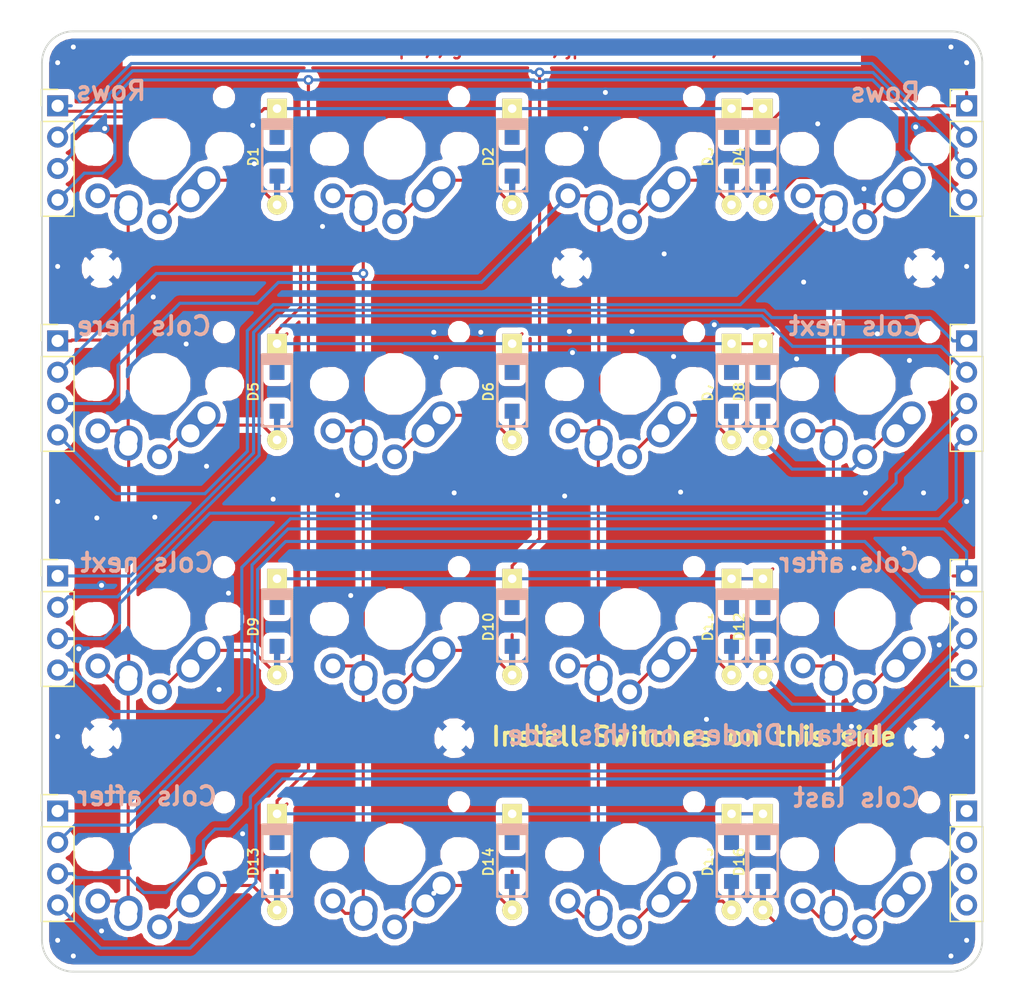
<source format=kicad_pcb>
(kicad_pcb (version 20171130) (host pcbnew "(5.0.0)")
  (layers (0 F.Cu signal) (31 B.Cu signal) (34 B.Paste user) (35 F.Paste user) (36 B.SilkS user) (37 F.SilkS user) (38 B.Mask user) (39 F.Mask user) (44 Edge.Cuts user))
  (net 0 "")
  (net 1 ROW1)
  (net 2 ROW2)
  (net 3 ROW3)
  (net 4 ROW4)
  (net 5 COL5)
  (net 6 COL6)
  (net 7 COL7)
  (net 8 COL8)
  (net 9 COL12)
  (net 10 COL11)
  (net 11 COL10)
  (net 12 COL9)
  (net 13 GND)
  (net 14 COL4)
  (net 15 COL3)
  (net 16 COL2)
  (net 17 COL1)
  (net 18 "Net-(D1-Pad2)")
  (net 19 "Net-(D2-Pad2)")
  (net 20 "Net-(D3-Pad2)")
  (net 21 "Net-(D4-Pad2)")
  (net 22 "Net-(D5-Pad2)")
  (net 23 "Net-(D6-Pad2)")
  (net 24 "Net-(D7-Pad2)")
  (net 25 "Net-(D8-Pad2)")
  (net 26 "Net-(D9-Pad2)")
  (net 27 "Net-(D10-Pad2)")
  (net 28 "Net-(D11-Pad2)")
  (net 29 "Net-(D12-Pad2)")
  (net 30 "Net-(D13-Pad2)")
  (net 31 "Net-(D14-Pad2)")
  (net 32 "Net-(D15-Pad2)")
  (net 33 "Net-(D16-Pad2)")
  (module footprints:MX-Alps-Choc-1U (layer F.Cu) (at 142.875 142.875 180)
    (fp_text reference S16)
    (fp_text value CHERRY_MX)
    (pad "" np_thru_hole circle (at -5.22 4.2 228.1) (size 0.8 0.8) (drill 0.8) (layers *.Cu *.Mask))
    (pad "" np_thru_hole circle (at 5.5 0 228.1) (size 1.7 1.7) (drill 1.7) (layers *.Cu *.Mask))
    (pad "" np_thru_hole circle (at -5.5 0 228.1) (size 1.7 1.7) (drill 1.7) (layers *.Cu *.Mask))
    (pad 1 thru_hole circle (at 0 -5.9 180) (size 2 2) (drill 1.2) (layers *.Cu *.Mask) (net 33 "Net-(D16-Pad2)"))
    (pad 2 thru_hole circle (at 5 -3.8 180) (size 2 2) (drill 1.2) (layers *.Cu *.Mask) (net 14 COL4))
    (pad "" np_thru_hole circle (at 5.08 0 228.0996) (size 1.75 1.75) (drill 1.75) (layers *.Cu *.Mask))
    (pad "" np_thru_hole circle (at -5.08 0 228.0996) (size 1.75 1.75) (drill 1.75) (layers *.Cu *.Mask))
    (pad 1 thru_hole circle (at -2.5 -4 180) (size 2.25 2.25) (drill 1.47) (layers *.Cu *.Mask) (net 33 "Net-(D16-Pad2)"))
    (pad "" np_thru_hole circle (at 0 0 180) (size 3.9878 3.9878) (drill 3.9878) (layers *.Cu *.Mask))
    (pad 1 thru_hole oval (at -3.81 -2.54 228.1) (size 4.211556 2.25) (drill 1.47 (offset 0.980778 0)) (layers *.Cu *.Mask) (net 33 "Net-(D16-Pad2)"))
    (pad 2 thru_hole circle (at 2.54 -5.08 180) (size 2.25 2.25) (drill 1.47) (layers *.Cu *.Mask) (net 14 COL4))
    (pad 2 thru_hole oval (at 2.5 -4.5 266.1) (size 2.831378 2.25) (drill 1.47 (offset 0.290689 0)) (layers *.Cu *.Mask) (net 14 COL4))
  )
  (module footprints:D_SOD123_axial-dual (layer F.Cu) (at 134.62 143.51 270)
    (fp_text reference D16 (at 0 1.925 270) (layer F.SilkS) (effects (font (size 0.8 0.8))))
    (fp_text value DIODE hide)
    (pad 2 smd rect (at 2.7 0 270) (size 2.5 0.5) (layers F.Cu) (net 33 "Net-(D16-Pad2)"))
    (pad 1 smd rect (at -2.7 0 270) (size 2.5 0.5) (layers F.Cu) (net 4 ROW4))
    (pad 2 thru_hole circle (at 3.9 0 270) (size 1.6 1.6) (drill 0.7) (layers *.Cu *.Mask F.SilkS) (net 33 "Net-(D16-Pad2)"))
    (pad 1 thru_hole rect (at -3.9 0 270) (size 1.6 1.6) (drill 0.7) (layers *.Cu *.Mask F.SilkS) (net 4 ROW4))
    (pad 1 smd rect (at -1.575 0 270) (size 1.2 1.2) (layers F.Cu F.Paste F.Mask) (net 4 ROW4))
    (pad 2 smd rect (at 1.575 0 270) (size 1.2 1.2) (layers F.Cu F.Paste F.Mask) (net 33 "Net-(D16-Pad2)"))
    (pad 2 smd rect (at 2.7 0 270) (size 2.5 0.5) (layers B.Cu) (net 33 "Net-(D16-Pad2)"))
    (pad 2 smd rect (at 1.575 0 270) (size 1.2 1.2) (layers B.Cu B.Paste B.Mask) (net 33 "Net-(D16-Pad2)"))
    (pad 1 smd rect (at -1.575 0 270) (size 1.2 1.2) (layers B.Cu B.Paste B.Mask) (net 4 ROW4))
    (pad 1 smd rect (at -2.7 0 270) (size 2.5 0.5) (layers B.Cu) (net 4 ROW4))
  )
  (module footprints:MX-Alps-Choc-1U (layer F.Cu) (at 123.825 104.775 180)
    (fp_text reference S7)
    (fp_text value CHERRY_MX)
    (pad 2 thru_hole oval (at 2.5 -4.5 266.1) (size 2.831378 2.25) (drill 1.47 (offset 0.290689 0)) (layers *.Cu *.Mask) (net 15 COL3))
    (pad 2 thru_hole circle (at 2.54 -5.08 180) (size 2.25 2.25) (drill 1.47) (layers *.Cu *.Mask) (net 15 COL3))
    (pad 1 thru_hole oval (at -3.81 -2.54 228.1) (size 4.211556 2.25) (drill 1.47 (offset 0.980778 0)) (layers *.Cu *.Mask) (net 24 "Net-(D7-Pad2)"))
    (pad "" np_thru_hole circle (at 0 0 180) (size 3.9878 3.9878) (drill 3.9878) (layers *.Cu *.Mask))
    (pad 1 thru_hole circle (at -2.5 -4 180) (size 2.25 2.25) (drill 1.47) (layers *.Cu *.Mask) (net 24 "Net-(D7-Pad2)"))
    (pad "" np_thru_hole circle (at -5.08 0 228.0996) (size 1.75 1.75) (drill 1.75) (layers *.Cu *.Mask))
    (pad "" np_thru_hole circle (at 5.08 0 228.0996) (size 1.75 1.75) (drill 1.75) (layers *.Cu *.Mask))
    (pad 2 thru_hole circle (at 5 -3.8 180) (size 2 2) (drill 1.2) (layers *.Cu *.Mask) (net 15 COL3))
    (pad 1 thru_hole circle (at 0 -5.9 180) (size 2 2) (drill 1.2) (layers *.Cu *.Mask) (net 24 "Net-(D7-Pad2)"))
    (pad "" np_thru_hole circle (at -5.5 0 228.1) (size 1.7 1.7) (drill 1.7) (layers *.Cu *.Mask))
    (pad "" np_thru_hole circle (at 5.5 0 228.1) (size 1.7 1.7) (drill 1.7) (layers *.Cu *.Mask))
    (pad "" np_thru_hole circle (at -5.22 4.2 228.1) (size 0.8 0.8) (drill 0.8) (layers *.Cu *.Mask))
  )
  (module footprints:D_SOD123_axial-dual (layer F.Cu) (at 114.3 86.36 270)
    (fp_text reference D2 (at 0 1.925 270) (layer F.SilkS) (effects (font (size 0.8 0.8))))
    (fp_text value DIODE hide)
    (pad 2 smd rect (at 2.7 0 270) (size 2.5 0.5) (layers F.Cu) (net 19 "Net-(D2-Pad2)"))
    (pad 1 smd rect (at -2.7 0 270) (size 2.5 0.5) (layers F.Cu) (net 1 ROW1))
    (pad 2 thru_hole circle (at 3.9 0 270) (size 1.6 1.6) (drill 0.7) (layers *.Cu *.Mask F.SilkS) (net 19 "Net-(D2-Pad2)"))
    (pad 1 thru_hole rect (at -3.9 0 270) (size 1.6 1.6) (drill 0.7) (layers *.Cu *.Mask F.SilkS) (net 1 ROW1))
    (pad 1 smd rect (at -1.575 0 270) (size 1.2 1.2) (layers F.Cu F.Paste F.Mask) (net 1 ROW1))
    (pad 2 smd rect (at 1.575 0 270) (size 1.2 1.2) (layers F.Cu F.Paste F.Mask) (net 19 "Net-(D2-Pad2)"))
    (pad 2 smd rect (at 2.7 0 270) (size 2.5 0.5) (layers B.Cu) (net 19 "Net-(D2-Pad2)"))
    (pad 2 smd rect (at 1.575 0 270) (size 1.2 1.2) (layers B.Cu B.Paste B.Mask) (net 19 "Net-(D2-Pad2)"))
    (pad 1 smd rect (at -1.575 0 270) (size 1.2 1.2) (layers B.Cu B.Paste B.Mask) (net 1 ROW1))
    (pad 1 smd rect (at -2.7 0 270) (size 2.5 0.5) (layers B.Cu) (net 1 ROW1))
  )
  (module Connector_PinHeader_2.54mm:PinHeader_1x04_P2.54mm_Vertical (layer F.Cu) (at 77.47 82.2325)
    (fp_text reference J1 hide)
    (fp_text value Conn_01x04)
    (pad 1 thru_hole rect (at 0 0) (size 1.7 1.7) (drill 1) (layers *.Cu *.Mask) (net 1 ROW1))
    (pad 2 thru_hole oval (at 0 2.54) (size 1.7 1.7) (drill 1) (layers *.Cu *.Mask) (net 2 ROW2))
    (pad 3 thru_hole oval (at 0 5.08) (size 1.7 1.7) (drill 1) (layers *.Cu *.Mask) (net 3 ROW3))
    (pad 4 thru_hole oval (at 0 7.62) (size 1.7 1.7) (drill 1) (layers *.Cu *.Mask) (net 4 ROW4))
  )
  (module Connector_PinHeader_2.54mm:PinHeader_1x04_P2.54mm_Vertical (layer F.Cu) (at 77.47 101.2825)
    (fp_text reference J2 hide)
    (fp_text value Conn_01x04)
    (pad 4 thru_hole oval (at 0 7.62) (size 1.7 1.7) (drill 1) (layers *.Cu *.Mask) (net 14 COL4))
    (pad 3 thru_hole oval (at 0 5.08) (size 1.7 1.7) (drill 1) (layers *.Cu *.Mask) (net 15 COL3))
    (pad 2 thru_hole oval (at 0 2.54) (size 1.7 1.7) (drill 1) (layers *.Cu *.Mask) (net 16 COL2))
    (pad 1 thru_hole rect (at 0 0) (size 1.7 1.7) (drill 1) (layers *.Cu *.Mask) (net 17 COL1))
  )
  (module Connector_PinHeader_2.54mm:PinHeader_1x04_P2.54mm_Vertical (layer F.Cu) (at 77.47 120.3325)
    (fp_text reference J3 hide)
    (fp_text value Conn_01x04)
    (pad 1 thru_hole rect (at 0 0) (size 1.7 1.7) (drill 1) (layers *.Cu *.Mask) (net 5 COL5))
    (pad 2 thru_hole oval (at 0 2.54) (size 1.7 1.7) (drill 1) (layers *.Cu *.Mask) (net 6 COL6))
    (pad 3 thru_hole oval (at 0 5.08) (size 1.7 1.7) (drill 1) (layers *.Cu *.Mask) (net 7 COL7))
    (pad 4 thru_hole oval (at 0 7.62) (size 1.7 1.7) (drill 1) (layers *.Cu *.Mask) (net 8 COL8))
  )
  (module Connector_PinHeader_2.54mm:PinHeader_1x04_P2.54mm_Vertical (layer F.Cu) (at 77.47 139.3825)
    (fp_text reference J4 hide)
    (fp_text value Conn_01x04)
    (pad 4 thru_hole oval (at 0 7.62) (size 1.7 1.7) (drill 1) (layers *.Cu *.Mask) (net 9 COL12))
    (pad 3 thru_hole oval (at 0 5.08) (size 1.7 1.7) (drill 1) (layers *.Cu *.Mask) (net 10 COL11))
    (pad 2 thru_hole oval (at 0 2.54) (size 1.7 1.7) (drill 1) (layers *.Cu *.Mask) (net 11 COL10))
    (pad 1 thru_hole rect (at 0 0) (size 1.7 1.7) (drill 1) (layers *.Cu *.Mask) (net 12 COL9))
  )
  (module Connector_PinHeader_2.54mm:PinHeader_1x04_P2.54mm_Vertical (layer F.Cu) (at 151.13 82.2325)
    (fp_text reference J5 hide)
    (fp_text value Conn_01x04)
    (pad 1 thru_hole rect (at 0 0) (size 1.7 1.7) (drill 1) (layers *.Cu *.Mask) (net 1 ROW1))
    (pad 2 thru_hole oval (at 0 2.54) (size 1.7 1.7) (drill 1) (layers *.Cu *.Mask) (net 2 ROW2))
    (pad 3 thru_hole oval (at 0 5.08) (size 1.7 1.7) (drill 1) (layers *.Cu *.Mask) (net 3 ROW3))
    (pad 4 thru_hole oval (at 0 7.62) (size 1.7 1.7) (drill 1) (layers *.Cu *.Mask) (net 4 ROW4))
  )
  (module Connector_PinHeader_2.54mm:PinHeader_1x04_P2.54mm_Vertical (layer F.Cu) (at 151.13 101.2825)
    (fp_text reference J6 hide)
    (fp_text value Conn_01x04)
    (pad 4 thru_hole oval (at 0 7.62) (size 1.7 1.7) (drill 1) (layers *.Cu *.Mask) (net 8 COL8))
    (pad 3 thru_hole oval (at 0 5.08) (size 1.7 1.7) (drill 1) (layers *.Cu *.Mask) (net 7 COL7))
    (pad 2 thru_hole oval (at 0 2.54) (size 1.7 1.7) (drill 1) (layers *.Cu *.Mask) (net 6 COL6))
    (pad 1 thru_hole rect (at 0 0) (size 1.7 1.7) (drill 1) (layers *.Cu *.Mask) (net 5 COL5))
  )
  (module Connector_PinHeader_2.54mm:PinHeader_1x04_P2.54mm_Vertical (layer F.Cu) (at 151.13 120.3325)
    (fp_text reference J7 hide)
    (fp_text value Conn_01x04)
    (pad 1 thru_hole rect (at 0 0) (size 1.7 1.7) (drill 1) (layers *.Cu *.Mask) (net 12 COL9))
    (pad 2 thru_hole oval (at 0 2.54) (size 1.7 1.7) (drill 1) (layers *.Cu *.Mask) (net 11 COL10))
    (pad 3 thru_hole oval (at 0 5.08) (size 1.7 1.7) (drill 1) (layers *.Cu *.Mask) (net 10 COL11))
    (pad 4 thru_hole oval (at 0 7.62) (size 1.7 1.7) (drill 1) (layers *.Cu *.Mask) (net 9 COL12))
  )
  (module Connector_PinHeader_2.54mm:PinHeader_1x04_P2.54mm_Vertical (layer F.Cu) (at 151.13 139.3825)
    (fp_text reference J8 hide)
    (fp_text value Conn_01x04)
    (pad 4 thru_hole oval (at 0 7.62) (size 1.7 1.7) (drill 1) (layers *.Cu *.Mask))
    (pad 3 thru_hole oval (at 0 5.08) (size 1.7 1.7) (drill 1) (layers *.Cu *.Mask))
    (pad 2 thru_hole oval (at 0 2.54) (size 1.7 1.7) (drill 1) (layers *.Cu *.Mask))
    (pad 1 thru_hole rect (at 0 0) (size 1.7 1.7) (drill 1) (layers *.Cu *.Mask))
  )
  (module MountingHole:MountingHole_2.2mm_M2_ISO7380 (layer F.Cu) (at 81.026 133.477)
    (fp_text reference J11 hide)
    (fp_text value Conn_01x01)
    (pad 1 np_thru_hole circle (at 0 0) (size 2.2 2.2) (drill 2.2) (layers *.Cu *.Mask) (net 13 GND))
  )
  (module MountingHole:MountingHole_2.2mm_M2_ISO7380 (layer F.Cu) (at 147.701 95.377)
    (fp_text reference J12 hide)
    (fp_text value Conn_01x01)
    (pad 1 np_thru_hole circle (at 0 0) (size 2.2 2.2) (drill 2.2) (layers *.Cu *.Mask) (net 13 GND))
  )
  (module MountingHole:MountingHole_2.2mm_M2_ISO7380 (layer F.Cu) (at 147.701 133.477)
    (fp_text reference J13 hide)
    (fp_text value Conn_01x01)
    (pad 1 np_thru_hole circle (at 0 0) (size 2.2 2.2) (drill 2.2) (layers *.Cu *.Mask) (net 13 GND))
  )
  (module MountingHole:MountingHole_2.2mm_M2_ISO7380 (layer F.Cu) (at 109.601 133.477)
    (fp_text reference J14 hide)
    (fp_text value Conn_01x01)
    (pad 1 np_thru_hole circle (at 0 0) (size 2.2 2.2) (drill 2.2) (layers *.Cu *.Mask) (net 13 GND))
  )
  (module MountingHole:MountingHole_2.2mm_M2_ISO7380 (layer F.Cu) (at 119.126 95.377)
    (fp_text reference J15 hide)
    (fp_text value Conn_01x01)
    (pad 1 np_thru_hole circle (at 0 0) (size 2.2 2.2) (drill 2.2) (layers *.Cu *.Mask) (net 13 GND))
  )
  (module MountingHole:MountingHole_2.2mm_M2_ISO7380 (layer F.Cu) (at 81.026 95.377)
    (fp_text reference J16 hide)
    (fp_text value Conn_01x01)
    (pad 1 np_thru_hole circle (at 0 0) (size 2.2 2.2) (drill 2.2) (layers *.Cu *.Mask) (net 13 GND))
  )
  (module footprints:D_SOD123_axial-dual (layer F.Cu) (at 95.25 86.36 270)
    (fp_text reference D1 (at 0 1.925 270) (layer F.SilkS) (effects (font (size 0.8 0.8))))
    (fp_text value DIODE hide)
    (pad 2 smd rect (at 2.7 0 270) (size 2.5 0.5) (layers F.Cu) (net 18 "Net-(D1-Pad2)"))
    (pad 1 smd rect (at -2.7 0 270) (size 2.5 0.5) (layers F.Cu) (net 1 ROW1))
    (pad 2 thru_hole circle (at 3.9 0 270) (size 1.6 1.6) (drill 0.7) (layers *.Cu *.Mask F.SilkS) (net 18 "Net-(D1-Pad2)"))
    (pad 1 thru_hole rect (at -3.9 0 270) (size 1.6 1.6) (drill 0.7) (layers *.Cu *.Mask F.SilkS) (net 1 ROW1))
    (pad 1 smd rect (at -1.575 0 270) (size 1.2 1.2) (layers F.Cu F.Paste F.Mask) (net 1 ROW1))
    (pad 2 smd rect (at 1.575 0 270) (size 1.2 1.2) (layers F.Cu F.Paste F.Mask) (net 18 "Net-(D1-Pad2)"))
    (pad 2 smd rect (at 2.7 0 270) (size 2.5 0.5) (layers B.Cu) (net 18 "Net-(D1-Pad2)"))
    (pad 2 smd rect (at 1.575 0 270) (size 1.2 1.2) (layers B.Cu B.Paste B.Mask) (net 18 "Net-(D1-Pad2)"))
    (pad 1 smd rect (at -1.575 0 270) (size 1.2 1.2) (layers B.Cu B.Paste B.Mask) (net 1 ROW1))
    (pad 1 smd rect (at -2.7 0 270) (size 2.5 0.5) (layers B.Cu) (net 1 ROW1))
  )
  (module footprints:D_SOD123_axial-dual (layer F.Cu) (at 132.08 86.36 270)
    (fp_text reference D3 (at 0 1.925 270) (layer F.SilkS) (effects (font (size 0.8 0.8))))
    (fp_text value DIODE hide)
    (pad 1 smd rect (at -2.7 0 270) (size 2.5 0.5) (layers B.Cu) (net 1 ROW1))
    (pad 1 smd rect (at -1.575 0 270) (size 1.2 1.2) (layers B.Cu B.Paste B.Mask) (net 1 ROW1))
    (pad 2 smd rect (at 1.575 0 270) (size 1.2 1.2) (layers B.Cu B.Paste B.Mask) (net 20 "Net-(D3-Pad2)"))
    (pad 2 smd rect (at 2.7 0 270) (size 2.5 0.5) (layers B.Cu) (net 20 "Net-(D3-Pad2)"))
    (pad 2 smd rect (at 1.575 0 270) (size 1.2 1.2) (layers F.Cu F.Paste F.Mask) (net 20 "Net-(D3-Pad2)"))
    (pad 1 smd rect (at -1.575 0 270) (size 1.2 1.2) (layers F.Cu F.Paste F.Mask) (net 1 ROW1))
    (pad 1 thru_hole rect (at -3.9 0 270) (size 1.6 1.6) (drill 0.7) (layers *.Cu *.Mask F.SilkS) (net 1 ROW1))
    (pad 2 thru_hole circle (at 3.9 0 270) (size 1.6 1.6) (drill 0.7) (layers *.Cu *.Mask F.SilkS) (net 20 "Net-(D3-Pad2)"))
    (pad 1 smd rect (at -2.7 0 270) (size 2.5 0.5) (layers F.Cu) (net 1 ROW1))
    (pad 2 smd rect (at 2.7 0 270) (size 2.5 0.5) (layers F.Cu) (net 20 "Net-(D3-Pad2)"))
  )
  (module footprints:D_SOD123_axial-dual (layer F.Cu) (at 134.62 86.36 270)
    (fp_text reference D4 (at 0 1.925 270) (layer F.SilkS) (effects (font (size 0.8 0.8))))
    (fp_text value DIODE hide)
    (pad 1 smd rect (at -2.7 0 270) (size 2.5 0.5) (layers B.Cu) (net 1 ROW1))
    (pad 1 smd rect (at -1.575 0 270) (size 1.2 1.2) (layers B.Cu B.Paste B.Mask) (net 1 ROW1))
    (pad 2 smd rect (at 1.575 0 270) (size 1.2 1.2) (layers B.Cu B.Paste B.Mask) (net 21 "Net-(D4-Pad2)"))
    (pad 2 smd rect (at 2.7 0 270) (size 2.5 0.5) (layers B.Cu) (net 21 "Net-(D4-Pad2)"))
    (pad 2 smd rect (at 1.575 0 270) (size 1.2 1.2) (layers F.Cu F.Paste F.Mask) (net 21 "Net-(D4-Pad2)"))
    (pad 1 smd rect (at -1.575 0 270) (size 1.2 1.2) (layers F.Cu F.Paste F.Mask) (net 1 ROW1))
    (pad 1 thru_hole rect (at -3.9 0 270) (size 1.6 1.6) (drill 0.7) (layers *.Cu *.Mask F.SilkS) (net 1 ROW1))
    (pad 2 thru_hole circle (at 3.9 0 270) (size 1.6 1.6) (drill 0.7) (layers *.Cu *.Mask F.SilkS) (net 21 "Net-(D4-Pad2)"))
    (pad 1 smd rect (at -2.7 0 270) (size 2.5 0.5) (layers F.Cu) (net 1 ROW1))
    (pad 2 smd rect (at 2.7 0 270) (size 2.5 0.5) (layers F.Cu) (net 21 "Net-(D4-Pad2)"))
  )
  (module footprints:D_SOD123_axial-dual (layer F.Cu) (at 95.25 105.41 270)
    (fp_text reference D5 (at 0 1.925 270) (layer F.SilkS) (effects (font (size 0.8 0.8))))
    (fp_text value DIODE hide)
    (pad 2 smd rect (at 2.7 0 270) (size 2.5 0.5) (layers F.Cu) (net 22 "Net-(D5-Pad2)"))
    (pad 1 smd rect (at -2.7 0 270) (size 2.5 0.5) (layers F.Cu) (net 2 ROW2))
    (pad 2 thru_hole circle (at 3.9 0 270) (size 1.6 1.6) (drill 0.7) (layers *.Cu *.Mask F.SilkS) (net 22 "Net-(D5-Pad2)"))
    (pad 1 thru_hole rect (at -3.9 0 270) (size 1.6 1.6) (drill 0.7) (layers *.Cu *.Mask F.SilkS) (net 2 ROW2))
    (pad 1 smd rect (at -1.575 0 270) (size 1.2 1.2) (layers F.Cu F.Paste F.Mask) (net 2 ROW2))
    (pad 2 smd rect (at 1.575 0 270) (size 1.2 1.2) (layers F.Cu F.Paste F.Mask) (net 22 "Net-(D5-Pad2)"))
    (pad 2 smd rect (at 2.7 0 270) (size 2.5 0.5) (layers B.Cu) (net 22 "Net-(D5-Pad2)"))
    (pad 2 smd rect (at 1.575 0 270) (size 1.2 1.2) (layers B.Cu B.Paste B.Mask) (net 22 "Net-(D5-Pad2)"))
    (pad 1 smd rect (at -1.575 0 270) (size 1.2 1.2) (layers B.Cu B.Paste B.Mask) (net 2 ROW2))
    (pad 1 smd rect (at -2.7 0 270) (size 2.5 0.5) (layers B.Cu) (net 2 ROW2))
  )
  (module footprints:D_SOD123_axial-dual (layer F.Cu) (at 114.3 105.41 270)
    (fp_text reference D6 (at 0 1.925 270) (layer F.SilkS) (effects (font (size 0.8 0.8))))
    (fp_text value DIODE hide)
    (pad 1 smd rect (at -2.7 0 270) (size 2.5 0.5) (layers B.Cu) (net 2 ROW2))
    (pad 1 smd rect (at -1.575 0 270) (size 1.2 1.2) (layers B.Cu B.Paste B.Mask) (net 2 ROW2))
    (pad 2 smd rect (at 1.575 0 270) (size 1.2 1.2) (layers B.Cu B.Paste B.Mask) (net 23 "Net-(D6-Pad2)"))
    (pad 2 smd rect (at 2.7 0 270) (size 2.5 0.5) (layers B.Cu) (net 23 "Net-(D6-Pad2)"))
    (pad 2 smd rect (at 1.575 0 270) (size 1.2 1.2) (layers F.Cu F.Paste F.Mask) (net 23 "Net-(D6-Pad2)"))
    (pad 1 smd rect (at -1.575 0 270) (size 1.2 1.2) (layers F.Cu F.Paste F.Mask) (net 2 ROW2))
    (pad 1 thru_hole rect (at -3.9 0 270) (size 1.6 1.6) (drill 0.7) (layers *.Cu *.Mask F.SilkS) (net 2 ROW2))
    (pad 2 thru_hole circle (at 3.9 0 270) (size 1.6 1.6) (drill 0.7) (layers *.Cu *.Mask F.SilkS) (net 23 "Net-(D6-Pad2)"))
    (pad 1 smd rect (at -2.7 0 270) (size 2.5 0.5) (layers F.Cu) (net 2 ROW2))
    (pad 2 smd rect (at 2.7 0 270) (size 2.5 0.5) (layers F.Cu) (net 23 "Net-(D6-Pad2)"))
  )
  (module footprints:D_SOD123_axial-dual (layer F.Cu) (at 132.08 105.41 270)
    (fp_text reference D7 (at 0 1.925 270) (layer F.SilkS) (effects (font (size 0.8 0.8))))
    (fp_text value DIODE hide)
    (pad 2 smd rect (at 2.7 0 270) (size 2.5 0.5) (layers F.Cu) (net 24 "Net-(D7-Pad2)"))
    (pad 1 smd rect (at -2.7 0 270) (size 2.5 0.5) (layers F.Cu) (net 2 ROW2))
    (pad 2 thru_hole circle (at 3.9 0 270) (size 1.6 1.6) (drill 0.7) (layers *.Cu *.Mask F.SilkS) (net 24 "Net-(D7-Pad2)"))
    (pad 1 thru_hole rect (at -3.9 0 270) (size 1.6 1.6) (drill 0.7) (layers *.Cu *.Mask F.SilkS) (net 2 ROW2))
    (pad 1 smd rect (at -1.575 0 270) (size 1.2 1.2) (layers F.Cu F.Paste F.Mask) (net 2 ROW2))
    (pad 2 smd rect (at 1.575 0 270) (size 1.2 1.2) (layers F.Cu F.Paste F.Mask) (net 24 "Net-(D7-Pad2)"))
    (pad 2 smd rect (at 2.7 0 270) (size 2.5 0.5) (layers B.Cu) (net 24 "Net-(D7-Pad2)"))
    (pad 2 smd rect (at 1.575 0 270) (size 1.2 1.2) (layers B.Cu B.Paste B.Mask) (net 24 "Net-(D7-Pad2)"))
    (pad 1 smd rect (at -1.575 0 270) (size 1.2 1.2) (layers B.Cu B.Paste B.Mask) (net 2 ROW2))
    (pad 1 smd rect (at -2.7 0 270) (size 2.5 0.5) (layers B.Cu) (net 2 ROW2))
  )
  (module footprints:D_SOD123_axial-dual (layer F.Cu) (at 134.62 105.41 270)
    (fp_text reference D8 (at 0 1.925 270) (layer F.SilkS) (effects (font (size 0.8 0.8))))
    (fp_text value DIODE hide)
    (pad 1 smd rect (at -2.7 0 270) (size 2.5 0.5) (layers B.Cu) (net 2 ROW2))
    (pad 1 smd rect (at -1.575 0 270) (size 1.2 1.2) (layers B.Cu B.Paste B.Mask) (net 2 ROW2))
    (pad 2 smd rect (at 1.575 0 270) (size 1.2 1.2) (layers B.Cu B.Paste B.Mask) (net 25 "Net-(D8-Pad2)"))
    (pad 2 smd rect (at 2.7 0 270) (size 2.5 0.5) (layers B.Cu) (net 25 "Net-(D8-Pad2)"))
    (pad 2 smd rect (at 1.575 0 270) (size 1.2 1.2) (layers F.Cu F.Paste F.Mask) (net 25 "Net-(D8-Pad2)"))
    (pad 1 smd rect (at -1.575 0 270) (size 1.2 1.2) (layers F.Cu F.Paste F.Mask) (net 2 ROW2))
    (pad 1 thru_hole rect (at -3.9 0 270) (size 1.6 1.6) (drill 0.7) (layers *.Cu *.Mask F.SilkS) (net 2 ROW2))
    (pad 2 thru_hole circle (at 3.9 0 270) (size 1.6 1.6) (drill 0.7) (layers *.Cu *.Mask F.SilkS) (net 25 "Net-(D8-Pad2)"))
    (pad 1 smd rect (at -2.7 0 270) (size 2.5 0.5) (layers F.Cu) (net 2 ROW2))
    (pad 2 smd rect (at 2.7 0 270) (size 2.5 0.5) (layers F.Cu) (net 25 "Net-(D8-Pad2)"))
  )
  (module footprints:D_SOD123_axial-dual (layer F.Cu) (at 95.25 124.46 270)
    (fp_text reference D9 (at 0 1.925 270) (layer F.SilkS) (effects (font (size 0.8 0.8))))
    (fp_text value DIODE hide)
    (pad 1 smd rect (at -2.7 0 270) (size 2.5 0.5) (layers B.Cu) (net 3 ROW3))
    (pad 1 smd rect (at -1.575 0 270) (size 1.2 1.2) (layers B.Cu B.Paste B.Mask) (net 3 ROW3))
    (pad 2 smd rect (at 1.575 0 270) (size 1.2 1.2) (layers B.Cu B.Paste B.Mask) (net 26 "Net-(D9-Pad2)"))
    (pad 2 smd rect (at 2.7 0 270) (size 2.5 0.5) (layers B.Cu) (net 26 "Net-(D9-Pad2)"))
    (pad 2 smd rect (at 1.575 0 270) (size 1.2 1.2) (layers F.Cu F.Paste F.Mask) (net 26 "Net-(D9-Pad2)"))
    (pad 1 smd rect (at -1.575 0 270) (size 1.2 1.2) (layers F.Cu F.Paste F.Mask) (net 3 ROW3))
    (pad 1 thru_hole rect (at -3.9 0 270) (size 1.6 1.6) (drill 0.7) (layers *.Cu *.Mask F.SilkS) (net 3 ROW3))
    (pad 2 thru_hole circle (at 3.9 0 270) (size 1.6 1.6) (drill 0.7) (layers *.Cu *.Mask F.SilkS) (net 26 "Net-(D9-Pad2)"))
    (pad 1 smd rect (at -2.7 0 270) (size 2.5 0.5) (layers F.Cu) (net 3 ROW3))
    (pad 2 smd rect (at 2.7 0 270) (size 2.5 0.5) (layers F.Cu) (net 26 "Net-(D9-Pad2)"))
  )
  (module footprints:D_SOD123_axial-dual (layer F.Cu) (at 114.3 124.46 270)
    (fp_text reference D10 (at 0 1.925 270) (layer F.SilkS) (effects (font (size 0.8 0.8))))
    (fp_text value DIODE hide)
    (pad 2 smd rect (at 2.7 0 270) (size 2.5 0.5) (layers F.Cu) (net 27 "Net-(D10-Pad2)"))
    (pad 1 smd rect (at -2.7 0 270) (size 2.5 0.5) (layers F.Cu) (net 3 ROW3))
    (pad 2 thru_hole circle (at 3.9 0 270) (size 1.6 1.6) (drill 0.7) (layers *.Cu *.Mask F.SilkS) (net 27 "Net-(D10-Pad2)"))
    (pad 1 thru_hole rect (at -3.9 0 270) (size 1.6 1.6) (drill 0.7) (layers *.Cu *.Mask F.SilkS) (net 3 ROW3))
    (pad 1 smd rect (at -1.575 0 270) (size 1.2 1.2) (layers F.Cu F.Paste F.Mask) (net 3 ROW3))
    (pad 2 smd rect (at 1.575 0 270) (size 1.2 1.2) (layers F.Cu F.Paste F.Mask) (net 27 "Net-(D10-Pad2)"))
    (pad 2 smd rect (at 2.7 0 270) (size 2.5 0.5) (layers B.Cu) (net 27 "Net-(D10-Pad2)"))
    (pad 2 smd rect (at 1.575 0 270) (size 1.2 1.2) (layers B.Cu B.Paste B.Mask) (net 27 "Net-(D10-Pad2)"))
    (pad 1 smd rect (at -1.575 0 270) (size 1.2 1.2) (layers B.Cu B.Paste B.Mask) (net 3 ROW3))
    (pad 1 smd rect (at -2.7 0 270) (size 2.5 0.5) (layers B.Cu) (net 3 ROW3))
  )
  (module footprints:D_SOD123_axial-dual (layer F.Cu) (at 132.08 124.46 270)
    (fp_text reference D11 (at 0 1.925 270) (layer F.SilkS) (effects (font (size 0.8 0.8))))
    (fp_text value DIODE hide)
    (pad 1 smd rect (at -2.7 0 270) (size 2.5 0.5) (layers B.Cu) (net 3 ROW3))
    (pad 1 smd rect (at -1.575 0 270) (size 1.2 1.2) (layers B.Cu B.Paste B.Mask) (net 3 ROW3))
    (pad 2 smd rect (at 1.575 0 270) (size 1.2 1.2) (layers B.Cu B.Paste B.Mask) (net 28 "Net-(D11-Pad2)"))
    (pad 2 smd rect (at 2.7 0 270) (size 2.5 0.5) (layers B.Cu) (net 28 "Net-(D11-Pad2)"))
    (pad 2 smd rect (at 1.575 0 270) (size 1.2 1.2) (layers F.Cu F.Paste F.Mask) (net 28 "Net-(D11-Pad2)"))
    (pad 1 smd rect (at -1.575 0 270) (size 1.2 1.2) (layers F.Cu F.Paste F.Mask) (net 3 ROW3))
    (pad 1 thru_hole rect (at -3.9 0 270) (size 1.6 1.6) (drill 0.7) (layers *.Cu *.Mask F.SilkS) (net 3 ROW3))
    (pad 2 thru_hole circle (at 3.9 0 270) (size 1.6 1.6) (drill 0.7) (layers *.Cu *.Mask F.SilkS) (net 28 "Net-(D11-Pad2)"))
    (pad 1 smd rect (at -2.7 0 270) (size 2.5 0.5) (layers F.Cu) (net 3 ROW3))
    (pad 2 smd rect (at 2.7 0 270) (size 2.5 0.5) (layers F.Cu) (net 28 "Net-(D11-Pad2)"))
  )
  (module footprints:D_SOD123_axial-dual (layer F.Cu) (at 134.62 124.46 270)
    (fp_text reference D12 (at 0 1.925 270) (layer F.SilkS) (effects (font (size 0.8 0.8))))
    (fp_text value DIODE hide)
    (pad 2 smd rect (at 2.7 0 270) (size 2.5 0.5) (layers F.Cu) (net 29 "Net-(D12-Pad2)"))
    (pad 1 smd rect (at -2.7 0 270) (size 2.5 0.5) (layers F.Cu) (net 3 ROW3))
    (pad 2 thru_hole circle (at 3.9 0 270) (size 1.6 1.6) (drill 0.7) (layers *.Cu *.Mask F.SilkS) (net 29 "Net-(D12-Pad2)"))
    (pad 1 thru_hole rect (at -3.9 0 270) (size 1.6 1.6) (drill 0.7) (layers *.Cu *.Mask F.SilkS) (net 3 ROW3))
    (pad 1 smd rect (at -1.575 0 270) (size 1.2 1.2) (layers F.Cu F.Paste F.Mask) (net 3 ROW3))
    (pad 2 smd rect (at 1.575 0 270) (size 1.2 1.2) (layers F.Cu F.Paste F.Mask) (net 29 "Net-(D12-Pad2)"))
    (pad 2 smd rect (at 2.7 0 270) (size 2.5 0.5) (layers B.Cu) (net 29 "Net-(D12-Pad2)"))
    (pad 2 smd rect (at 1.575 0 270) (size 1.2 1.2) (layers B.Cu B.Paste B.Mask) (net 29 "Net-(D12-Pad2)"))
    (pad 1 smd rect (at -1.575 0 270) (size 1.2 1.2) (layers B.Cu B.Paste B.Mask) (net 3 ROW3))
    (pad 1 smd rect (at -2.7 0 270) (size 2.5 0.5) (layers B.Cu) (net 3 ROW3))
  )
  (module footprints:D_SOD123_axial-dual (layer F.Cu) (at 95.25 143.51 270)
    (fp_text reference D13 (at 0 1.925 270) (layer F.SilkS) (effects (font (size 0.8 0.8))))
    (fp_text value DIODE hide)
    (pad 2 smd rect (at 2.7 0 270) (size 2.5 0.5) (layers F.Cu) (net 30 "Net-(D13-Pad2)"))
    (pad 1 smd rect (at -2.7 0 270) (size 2.5 0.5) (layers F.Cu) (net 4 ROW4))
    (pad 2 thru_hole circle (at 3.9 0 270) (size 1.6 1.6) (drill 0.7) (layers *.Cu *.Mask F.SilkS) (net 30 "Net-(D13-Pad2)"))
    (pad 1 thru_hole rect (at -3.9 0 270) (size 1.6 1.6) (drill 0.7) (layers *.Cu *.Mask F.SilkS) (net 4 ROW4))
    (pad 1 smd rect (at -1.575 0 270) (size 1.2 1.2) (layers F.Cu F.Paste F.Mask) (net 4 ROW4))
    (pad 2 smd rect (at 1.575 0 270) (size 1.2 1.2) (layers F.Cu F.Paste F.Mask) (net 30 "Net-(D13-Pad2)"))
    (pad 2 smd rect (at 2.7 0 270) (size 2.5 0.5) (layers B.Cu) (net 30 "Net-(D13-Pad2)"))
    (pad 2 smd rect (at 1.575 0 270) (size 1.2 1.2) (layers B.Cu B.Paste B.Mask) (net 30 "Net-(D13-Pad2)"))
    (pad 1 smd rect (at -1.575 0 270) (size 1.2 1.2) (layers B.Cu B.Paste B.Mask) (net 4 ROW4))
    (pad 1 smd rect (at -2.7 0 270) (size 2.5 0.5) (layers B.Cu) (net 4 ROW4))
  )
  (module footprints:D_SOD123_axial-dual (layer F.Cu) (at 114.3 143.51 270)
    (fp_text reference D14 (at 0 1.925 270) (layer F.SilkS) (effects (font (size 0.8 0.8))))
    (fp_text value DIODE hide)
    (pad 1 smd rect (at -2.7 0 270) (size 2.5 0.5) (layers B.Cu) (net 4 ROW4))
    (pad 1 smd rect (at -1.575 0 270) (size 1.2 1.2) (layers B.Cu B.Paste B.Mask) (net 4 ROW4))
    (pad 2 smd rect (at 1.575 0 270) (size 1.2 1.2) (layers B.Cu B.Paste B.Mask) (net 31 "Net-(D14-Pad2)"))
    (pad 2 smd rect (at 2.7 0 270) (size 2.5 0.5) (layers B.Cu) (net 31 "Net-(D14-Pad2)"))
    (pad 2 smd rect (at 1.575 0 270) (size 1.2 1.2) (layers F.Cu F.Paste F.Mask) (net 31 "Net-(D14-Pad2)"))
    (pad 1 smd rect (at -1.575 0 270) (size 1.2 1.2) (layers F.Cu F.Paste F.Mask) (net 4 ROW4))
    (pad 1 thru_hole rect (at -3.9 0 270) (size 1.6 1.6) (drill 0.7) (layers *.Cu *.Mask F.SilkS) (net 4 ROW4))
    (pad 2 thru_hole circle (at 3.9 0 270) (size 1.6 1.6) (drill 0.7) (layers *.Cu *.Mask F.SilkS) (net 31 "Net-(D14-Pad2)"))
    (pad 1 smd rect (at -2.7 0 270) (size 2.5 0.5) (layers F.Cu) (net 4 ROW4))
    (pad 2 smd rect (at 2.7 0 270) (size 2.5 0.5) (layers F.Cu) (net 31 "Net-(D14-Pad2)"))
  )
  (module footprints:D_SOD123_axial-dual (layer F.Cu) (at 132.08 143.51 270)
    (fp_text reference D15 (at 0 1.925 270) (layer F.SilkS) (effects (font (size 0.8 0.8))))
    (fp_text value DIODE hide)
    (pad 1 smd rect (at -2.7 0 270) (size 2.5 0.5) (layers B.Cu) (net 4 ROW4))
    (pad 1 smd rect (at -1.575 0 270) (size 1.2 1.2) (layers B.Cu B.Paste B.Mask) (net 4 ROW4))
    (pad 2 smd rect (at 1.575 0 270) (size 1.2 1.2) (layers B.Cu B.Paste B.Mask) (net 32 "Net-(D15-Pad2)"))
    (pad 2 smd rect (at 2.7 0 270) (size 2.5 0.5) (layers B.Cu) (net 32 "Net-(D15-Pad2)"))
    (pad 2 smd rect (at 1.575 0 270) (size 1.2 1.2) (layers F.Cu F.Paste F.Mask) (net 32 "Net-(D15-Pad2)"))
    (pad 1 smd rect (at -1.575 0 270) (size 1.2 1.2) (layers F.Cu F.Paste F.Mask) (net 4 ROW4))
    (pad 1 thru_hole rect (at -3.9 0 270) (size 1.6 1.6) (drill 0.7) (layers *.Cu *.Mask F.SilkS) (net 4 ROW4))
    (pad 2 thru_hole circle (at 3.9 0 270) (size 1.6 1.6) (drill 0.7) (layers *.Cu *.Mask F.SilkS) (net 32 "Net-(D15-Pad2)"))
    (pad 1 smd rect (at -2.7 0 270) (size 2.5 0.5) (layers F.Cu) (net 4 ROW4))
    (pad 2 smd rect (at 2.7 0 270) (size 2.5 0.5) (layers F.Cu) (net 32 "Net-(D15-Pad2)"))
  )
  (module footprints:MX-Alps-Choc-1U (layer F.Cu) (at 85.725 85.725 180)
    (fp_text reference S1)
    (fp_text value CHERRY_MX)
    (pad 2 thru_hole oval (at 2.5 -4.5 266.1) (size 2.831378 2.25) (drill 1.47 (offset 0.290689 0)) (layers *.Cu *.Mask) (net 17 COL1))
    (pad 2 thru_hole circle (at 2.54 -5.08 180) (size 2.25 2.25) (drill 1.47) (layers *.Cu *.Mask) (net 17 COL1))
    (pad 1 thru_hole oval (at -3.81 -2.54 228.1) (size 4.211556 2.25) (drill 1.47 (offset 0.980778 0)) (layers *.Cu *.Mask) (net 18 "Net-(D1-Pad2)"))
    (pad "" np_thru_hole circle (at 0 0 180) (size 3.9878 3.9878) (drill 3.9878) (layers *.Cu *.Mask))
    (pad 1 thru_hole circle (at -2.5 -4 180) (size 2.25 2.25) (drill 1.47) (layers *.Cu *.Mask) (net 18 "Net-(D1-Pad2)"))
    (pad "" np_thru_hole circle (at -5.08 0 228.0996) (size 1.75 1.75) (drill 1.75) (layers *.Cu *.Mask))
    (pad "" np_thru_hole circle (at 5.08 0 228.0996) (size 1.75 1.75) (drill 1.75) (layers *.Cu *.Mask))
    (pad 2 thru_hole circle (at 5 -3.8 180) (size 2 2) (drill 1.2) (layers *.Cu *.Mask) (net 17 COL1))
    (pad 1 thru_hole circle (at 0 -5.9 180) (size 2 2) (drill 1.2) (layers *.Cu *.Mask) (net 18 "Net-(D1-Pad2)"))
    (pad "" np_thru_hole circle (at -5.5 0 228.1) (size 1.7 1.7) (drill 1.7) (layers *.Cu *.Mask))
    (pad "" np_thru_hole circle (at 5.5 0 228.1) (size 1.7 1.7) (drill 1.7) (layers *.Cu *.Mask))
    (pad "" np_thru_hole circle (at -5.22 4.2 228.1) (size 0.8 0.8) (drill 0.8) (layers *.Cu *.Mask))
  )
  (module footprints:MX-Alps-Choc-1U (layer F.Cu) (at 104.775 85.725 180)
    (fp_text reference S2)
    (fp_text value CHERRY_MX)
    (pad "" np_thru_hole circle (at -5.22 4.2 228.1) (size 0.8 0.8) (drill 0.8) (layers *.Cu *.Mask))
    (pad "" np_thru_hole circle (at 5.5 0 228.1) (size 1.7 1.7) (drill 1.7) (layers *.Cu *.Mask))
    (pad "" np_thru_hole circle (at -5.5 0 228.1) (size 1.7 1.7) (drill 1.7) (layers *.Cu *.Mask))
    (pad 1 thru_hole circle (at 0 -5.9 180) (size 2 2) (drill 1.2) (layers *.Cu *.Mask) (net 19 "Net-(D2-Pad2)"))
    (pad 2 thru_hole circle (at 5 -3.8 180) (size 2 2) (drill 1.2) (layers *.Cu *.Mask) (net 16 COL2))
    (pad "" np_thru_hole circle (at 5.08 0 228.0996) (size 1.75 1.75) (drill 1.75) (layers *.Cu *.Mask))
    (pad "" np_thru_hole circle (at -5.08 0 228.0996) (size 1.75 1.75) (drill 1.75) (layers *.Cu *.Mask))
    (pad 1 thru_hole circle (at -2.5 -4 180) (size 2.25 2.25) (drill 1.47) (layers *.Cu *.Mask) (net 19 "Net-(D2-Pad2)"))
    (pad "" np_thru_hole circle (at 0 0 180) (size 3.9878 3.9878) (drill 3.9878) (layers *.Cu *.Mask))
    (pad 1 thru_hole oval (at -3.81 -2.54 228.1) (size 4.211556 2.25) (drill 1.47 (offset 0.980778 0)) (layers *.Cu *.Mask) (net 19 "Net-(D2-Pad2)"))
    (pad 2 thru_hole circle (at 2.54 -5.08 180) (size 2.25 2.25) (drill 1.47) (layers *.Cu *.Mask) (net 16 COL2))
    (pad 2 thru_hole oval (at 2.5 -4.5 266.1) (size 2.831378 2.25) (drill 1.47 (offset 0.290689 0)) (layers *.Cu *.Mask) (net 16 COL2))
  )
  (module footprints:MX-Alps-Choc-1U (layer F.Cu) (at 123.825 85.725 180)
    (fp_text reference S3)
    (fp_text value CHERRY_MX)
    (pad 2 thru_hole oval (at 2.5 -4.5 266.1) (size 2.831378 2.25) (drill 1.47 (offset 0.290689 0)) (layers *.Cu *.Mask) (net 15 COL3))
    (pad 2 thru_hole circle (at 2.54 -5.08 180) (size 2.25 2.25) (drill 1.47) (layers *.Cu *.Mask) (net 15 COL3))
    (pad 1 thru_hole oval (at -3.81 -2.54 228.1) (size 4.211556 2.25) (drill 1.47 (offset 0.980778 0)) (layers *.Cu *.Mask) (net 20 "Net-(D3-Pad2)"))
    (pad "" np_thru_hole circle (at 0 0 180) (size 3.9878 3.9878) (drill 3.9878) (layers *.Cu *.Mask))
    (pad 1 thru_hole circle (at -2.5 -4 180) (size 2.25 2.25) (drill 1.47) (layers *.Cu *.Mask) (net 20 "Net-(D3-Pad2)"))
    (pad "" np_thru_hole circle (at -5.08 0 228.0996) (size 1.75 1.75) (drill 1.75) (layers *.Cu *.Mask))
    (pad "" np_thru_hole circle (at 5.08 0 228.0996) (size 1.75 1.75) (drill 1.75) (layers *.Cu *.Mask))
    (pad 2 thru_hole circle (at 5 -3.8 180) (size 2 2) (drill 1.2) (layers *.Cu *.Mask) (net 15 COL3))
    (pad 1 thru_hole circle (at 0 -5.9 180) (size 2 2) (drill 1.2) (layers *.Cu *.Mask) (net 20 "Net-(D3-Pad2)"))
    (pad "" np_thru_hole circle (at -5.5 0 228.1) (size 1.7 1.7) (drill 1.7) (layers *.Cu *.Mask))
    (pad "" np_thru_hole circle (at 5.5 0 228.1) (size 1.7 1.7) (drill 1.7) (layers *.Cu *.Mask))
    (pad "" np_thru_hole circle (at -5.22 4.2 228.1) (size 0.8 0.8) (drill 0.8) (layers *.Cu *.Mask))
  )
  (module footprints:MX-Alps-Choc-1U (layer F.Cu) (at 142.875 85.725 180)
    (fp_text reference S4)
    (fp_text value CHERRY_MX)
    (pad "" np_thru_hole circle (at -5.22 4.2 228.1) (size 0.8 0.8) (drill 0.8) (layers *.Cu *.Mask))
    (pad "" np_thru_hole circle (at 5.5 0 228.1) (size 1.7 1.7) (drill 1.7) (layers *.Cu *.Mask))
    (pad "" np_thru_hole circle (at -5.5 0 228.1) (size 1.7 1.7) (drill 1.7) (layers *.Cu *.Mask))
    (pad 1 thru_hole circle (at 0 -5.9 180) (size 2 2) (drill 1.2) (layers *.Cu *.Mask) (net 21 "Net-(D4-Pad2)"))
    (pad 2 thru_hole circle (at 5 -3.8 180) (size 2 2) (drill 1.2) (layers *.Cu *.Mask) (net 14 COL4))
    (pad "" np_thru_hole circle (at 5.08 0 228.0996) (size 1.75 1.75) (drill 1.75) (layers *.Cu *.Mask))
    (pad "" np_thru_hole circle (at -5.08 0 228.0996) (size 1.75 1.75) (drill 1.75) (layers *.Cu *.Mask))
    (pad 1 thru_hole circle (at -2.5 -4 180) (size 2.25 2.25) (drill 1.47) (layers *.Cu *.Mask) (net 21 "Net-(D4-Pad2)"))
    (pad "" np_thru_hole circle (at 0 0 180) (size 3.9878 3.9878) (drill 3.9878) (layers *.Cu *.Mask))
    (pad 1 thru_hole oval (at -3.81 -2.54 228.1) (size 4.211556 2.25) (drill 1.47 (offset 0.980778 0)) (layers *.Cu *.Mask) (net 21 "Net-(D4-Pad2)"))
    (pad 2 thru_hole circle (at 2.54 -5.08 180) (size 2.25 2.25) (drill 1.47) (layers *.Cu *.Mask) (net 14 COL4))
    (pad 2 thru_hole oval (at 2.5 -4.5 266.1) (size 2.831378 2.25) (drill 1.47 (offset 0.290689 0)) (layers *.Cu *.Mask) (net 14 COL4))
  )
  (module footprints:MX-Alps-Choc-1U (layer F.Cu) (at 85.725 104.775 180)
    (fp_text reference S5)
    (fp_text value CHERRY_MX)
    (pad "" np_thru_hole circle (at -5.22 4.2 228.1) (size 0.8 0.8) (drill 0.8) (layers *.Cu *.Mask))
    (pad "" np_thru_hole circle (at 5.5 0 228.1) (size 1.7 1.7) (drill 1.7) (layers *.Cu *.Mask))
    (pad "" np_thru_hole circle (at -5.5 0 228.1) (size 1.7 1.7) (drill 1.7) (layers *.Cu *.Mask))
    (pad 1 thru_hole circle (at 0 -5.9 180) (size 2 2) (drill 1.2) (layers *.Cu *.Mask) (net 22 "Net-(D5-Pad2)"))
    (pad 2 thru_hole circle (at 5 -3.8 180) (size 2 2) (drill 1.2) (layers *.Cu *.Mask) (net 17 COL1))
    (pad "" np_thru_hole circle (at 5.08 0 228.0996) (size 1.75 1.75) (drill 1.75) (layers *.Cu *.Mask))
    (pad "" np_thru_hole circle (at -5.08 0 228.0996) (size 1.75 1.75) (drill 1.75) (layers *.Cu *.Mask))
    (pad 1 thru_hole circle (at -2.5 -4 180) (size 2.25 2.25) (drill 1.47) (layers *.Cu *.Mask) (net 22 "Net-(D5-Pad2)"))
    (pad "" np_thru_hole circle (at 0 0 180) (size 3.9878 3.9878) (drill 3.9878) (layers *.Cu *.Mask))
    (pad 1 thru_hole oval (at -3.81 -2.54 228.1) (size 4.211556 2.25) (drill 1.47 (offset 0.980778 0)) (layers *.Cu *.Mask) (net 22 "Net-(D5-Pad2)"))
    (pad 2 thru_hole circle (at 2.54 -5.08 180) (size 2.25 2.25) (drill 1.47) (layers *.Cu *.Mask) (net 17 COL1))
    (pad 2 thru_hole oval (at 2.5 -4.5 266.1) (size 2.831378 2.25) (drill 1.47 (offset 0.290689 0)) (layers *.Cu *.Mask) (net 17 COL1))
  )
  (module footprints:MX-Alps-Choc-1U (layer F.Cu) (at 104.775 104.775 180)
    (fp_text reference S6)
    (fp_text value CHERRY_MX)
    (pad 2 thru_hole oval (at 2.5 -4.5 266.1) (size 2.831378 2.25) (drill 1.47 (offset 0.290689 0)) (layers *.Cu *.Mask) (net 16 COL2))
    (pad 2 thru_hole circle (at 2.54 -5.08 180) (size 2.25 2.25) (drill 1.47) (layers *.Cu *.Mask) (net 16 COL2))
    (pad 1 thru_hole oval (at -3.81 -2.54 228.1) (size 4.211556 2.25) (drill 1.47 (offset 0.980778 0)) (layers *.Cu *.Mask) (net 23 "Net-(D6-Pad2)"))
    (pad "" np_thru_hole circle (at 0 0 180) (size 3.9878 3.9878) (drill 3.9878) (layers *.Cu *.Mask))
    (pad 1 thru_hole circle (at -2.5 -4 180) (size 2.25 2.25) (drill 1.47) (layers *.Cu *.Mask) (net 23 "Net-(D6-Pad2)"))
    (pad "" np_thru_hole circle (at -5.08 0 228.0996) (size 1.75 1.75) (drill 1.75) (layers *.Cu *.Mask))
    (pad "" np_thru_hole circle (at 5.08 0 228.0996) (size 1.75 1.75) (drill 1.75) (layers *.Cu *.Mask))
    (pad 2 thru_hole circle (at 5 -3.8 180) (size 2 2) (drill 1.2) (layers *.Cu *.Mask) (net 16 COL2))
    (pad 1 thru_hole circle (at 0 -5.9 180) (size 2 2) (drill 1.2) (layers *.Cu *.Mask) (net 23 "Net-(D6-Pad2)"))
    (pad "" np_thru_hole circle (at -5.5 0 228.1) (size 1.7 1.7) (drill 1.7) (layers *.Cu *.Mask))
    (pad "" np_thru_hole circle (at 5.5 0 228.1) (size 1.7 1.7) (drill 1.7) (layers *.Cu *.Mask))
    (pad "" np_thru_hole circle (at -5.22 4.2 228.1) (size 0.8 0.8) (drill 0.8) (layers *.Cu *.Mask))
  )
  (module footprints:MX-Alps-Choc-1U (layer F.Cu) (at 142.875 104.775 180)
    (fp_text reference S8)
    (fp_text value CHERRY_MX)
    (pad "" np_thru_hole circle (at -5.22 4.2 228.1) (size 0.8 0.8) (drill 0.8) (layers *.Cu *.Mask))
    (pad "" np_thru_hole circle (at 5.5 0 228.1) (size 1.7 1.7) (drill 1.7) (layers *.Cu *.Mask))
    (pad "" np_thru_hole circle (at -5.5 0 228.1) (size 1.7 1.7) (drill 1.7) (layers *.Cu *.Mask))
    (pad 1 thru_hole circle (at 0 -5.9 180) (size 2 2) (drill 1.2) (layers *.Cu *.Mask) (net 25 "Net-(D8-Pad2)"))
    (pad 2 thru_hole circle (at 5 -3.8 180) (size 2 2) (drill 1.2) (layers *.Cu *.Mask) (net 14 COL4))
    (pad "" np_thru_hole circle (at 5.08 0 228.0996) (size 1.75 1.75) (drill 1.75) (layers *.Cu *.Mask))
    (pad "" np_thru_hole circle (at -5.08 0 228.0996) (size 1.75 1.75) (drill 1.75) (layers *.Cu *.Mask))
    (pad 1 thru_hole circle (at -2.5 -4 180) (size 2.25 2.25) (drill 1.47) (layers *.Cu *.Mask) (net 25 "Net-(D8-Pad2)"))
    (pad "" np_thru_hole circle (at 0 0 180) (size 3.9878 3.9878) (drill 3.9878) (layers *.Cu *.Mask))
    (pad 1 thru_hole oval (at -3.81 -2.54 228.1) (size 4.211556 2.25) (drill 1.47 (offset 0.980778 0)) (layers *.Cu *.Mask) (net 25 "Net-(D8-Pad2)"))
    (pad 2 thru_hole circle (at 2.54 -5.08 180) (size 2.25 2.25) (drill 1.47) (layers *.Cu *.Mask) (net 14 COL4))
    (pad 2 thru_hole oval (at 2.5 -4.5 266.1) (size 2.831378 2.25) (drill 1.47 (offset 0.290689 0)) (layers *.Cu *.Mask) (net 14 COL4))
  )
  (module footprints:MX-Alps-Choc-1U (layer F.Cu) (at 85.725 123.825 180)
    (fp_text reference S9)
    (fp_text value CHERRY_MX)
    (pad "" np_thru_hole circle (at -5.22 4.2 228.1) (size 0.8 0.8) (drill 0.8) (layers *.Cu *.Mask))
    (pad "" np_thru_hole circle (at 5.5 0 228.1) (size 1.7 1.7) (drill 1.7) (layers *.Cu *.Mask))
    (pad "" np_thru_hole circle (at -5.5 0 228.1) (size 1.7 1.7) (drill 1.7) (layers *.Cu *.Mask))
    (pad 1 thru_hole circle (at 0 -5.9 180) (size 2 2) (drill 1.2) (layers *.Cu *.Mask) (net 26 "Net-(D9-Pad2)"))
    (pad 2 thru_hole circle (at 5 -3.8 180) (size 2 2) (drill 1.2) (layers *.Cu *.Mask) (net 17 COL1))
    (pad "" np_thru_hole circle (at 5.08 0 228.0996) (size 1.75 1.75) (drill 1.75) (layers *.Cu *.Mask))
    (pad "" np_thru_hole circle (at -5.08 0 228.0996) (size 1.75 1.75) (drill 1.75) (layers *.Cu *.Mask))
    (pad 1 thru_hole circle (at -2.5 -4 180) (size 2.25 2.25) (drill 1.47) (layers *.Cu *.Mask) (net 26 "Net-(D9-Pad2)"))
    (pad "" np_thru_hole circle (at 0 0 180) (size 3.9878 3.9878) (drill 3.9878) (layers *.Cu *.Mask))
    (pad 1 thru_hole oval (at -3.81 -2.54 228.1) (size 4.211556 2.25) (drill 1.47 (offset 0.980778 0)) (layers *.Cu *.Mask) (net 26 "Net-(D9-Pad2)"))
    (pad 2 thru_hole circle (at 2.54 -5.08 180) (size 2.25 2.25) (drill 1.47) (layers *.Cu *.Mask) (net 17 COL1))
    (pad 2 thru_hole oval (at 2.5 -4.5 266.1) (size 2.831378 2.25) (drill 1.47 (offset 0.290689 0)) (layers *.Cu *.Mask) (net 17 COL1))
  )
  (module footprints:MX-Alps-Choc-1U (layer F.Cu) (at 104.775 123.825 180)
    (fp_text reference S10)
    (fp_text value CHERRY_MX)
    (pad 2 thru_hole oval (at 2.5 -4.5 266.1) (size 2.831378 2.25) (drill 1.47 (offset 0.290689 0)) (layers *.Cu *.Mask) (net 16 COL2))
    (pad 2 thru_hole circle (at 2.54 -5.08 180) (size 2.25 2.25) (drill 1.47) (layers *.Cu *.Mask) (net 16 COL2))
    (pad 1 thru_hole oval (at -3.81 -2.54 228.1) (size 4.211556 2.25) (drill 1.47 (offset 0.980778 0)) (layers *.Cu *.Mask) (net 27 "Net-(D10-Pad2)"))
    (pad "" np_thru_hole circle (at 0 0 180) (size 3.9878 3.9878) (drill 3.9878) (layers *.Cu *.Mask))
    (pad 1 thru_hole circle (at -2.5 -4 180) (size 2.25 2.25) (drill 1.47) (layers *.Cu *.Mask) (net 27 "Net-(D10-Pad2)"))
    (pad "" np_thru_hole circle (at -5.08 0 228.0996) (size 1.75 1.75) (drill 1.75) (layers *.Cu *.Mask))
    (pad "" np_thru_hole circle (at 5.08 0 228.0996) (size 1.75 1.75) (drill 1.75) (layers *.Cu *.Mask))
    (pad 2 thru_hole circle (at 5 -3.8 180) (size 2 2) (drill 1.2) (layers *.Cu *.Mask) (net 16 COL2))
    (pad 1 thru_hole circle (at 0 -5.9 180) (size 2 2) (drill 1.2) (layers *.Cu *.Mask) (net 27 "Net-(D10-Pad2)"))
    (pad "" np_thru_hole circle (at -5.5 0 228.1) (size 1.7 1.7) (drill 1.7) (layers *.Cu *.Mask))
    (pad "" np_thru_hole circle (at 5.5 0 228.1) (size 1.7 1.7) (drill 1.7) (layers *.Cu *.Mask))
    (pad "" np_thru_hole circle (at -5.22 4.2 228.1) (size 0.8 0.8) (drill 0.8) (layers *.Cu *.Mask))
  )
  (module footprints:MX-Alps-Choc-1U (layer F.Cu) (at 123.825 123.825 180)
    (fp_text reference S11)
    (fp_text value CHERRY_MX)
    (pad 2 thru_hole oval (at 2.5 -4.5 266.1) (size 2.831378 2.25) (drill 1.47 (offset 0.290689 0)) (layers *.Cu *.Mask) (net 15 COL3))
    (pad 2 thru_hole circle (at 2.54 -5.08 180) (size 2.25 2.25) (drill 1.47) (layers *.Cu *.Mask) (net 15 COL3))
    (pad 1 thru_hole oval (at -3.81 -2.54 228.1) (size 4.211556 2.25) (drill 1.47 (offset 0.980778 0)) (layers *.Cu *.Mask) (net 28 "Net-(D11-Pad2)"))
    (pad "" np_thru_hole circle (at 0 0 180) (size 3.9878 3.9878) (drill 3.9878) (layers *.Cu *.Mask))
    (pad 1 thru_hole circle (at -2.5 -4 180) (size 2.25 2.25) (drill 1.47) (layers *.Cu *.Mask) (net 28 "Net-(D11-Pad2)"))
    (pad "" np_thru_hole circle (at -5.08 0 228.0996) (size 1.75 1.75) (drill 1.75) (layers *.Cu *.Mask))
    (pad "" np_thru_hole circle (at 5.08 0 228.0996) (size 1.75 1.75) (drill 1.75) (layers *.Cu *.Mask))
    (pad 2 thru_hole circle (at 5 -3.8 180) (size 2 2) (drill 1.2) (layers *.Cu *.Mask) (net 15 COL3))
    (pad 1 thru_hole circle (at 0 -5.9 180) (size 2 2) (drill 1.2) (layers *.Cu *.Mask) (net 28 "Net-(D11-Pad2)"))
    (pad "" np_thru_hole circle (at -5.5 0 228.1) (size 1.7 1.7) (drill 1.7) (layers *.Cu *.Mask))
    (pad "" np_thru_hole circle (at 5.5 0 228.1) (size 1.7 1.7) (drill 1.7) (layers *.Cu *.Mask))
    (pad "" np_thru_hole circle (at -5.22 4.2 228.1) (size 0.8 0.8) (drill 0.8) (layers *.Cu *.Mask))
  )
  (module footprints:MX-Alps-Choc-1U (layer F.Cu) (at 142.875 123.825 180)
    (fp_text reference S12)
    (fp_text value CHERRY_MX)
    (pad 2 thru_hole oval (at 2.5 -4.5 266.1) (size 2.831378 2.25) (drill 1.47 (offset 0.290689 0)) (layers *.Cu *.Mask) (net 14 COL4))
    (pad 2 thru_hole circle (at 2.54 -5.08 180) (size 2.25 2.25) (drill 1.47) (layers *.Cu *.Mask) (net 14 COL4))
    (pad 1 thru_hole oval (at -3.81 -2.54 228.1) (size 4.211556 2.25) (drill 1.47 (offset 0.980778 0)) (layers *.Cu *.Mask) (net 29 "Net-(D12-Pad2)"))
    (pad "" np_thru_hole circle (at 0 0 180) (size 3.9878 3.9878) (drill 3.9878) (layers *.Cu *.Mask))
    (pad 1 thru_hole circle (at -2.5 -4 180) (size 2.25 2.25) (drill 1.47) (layers *.Cu *.Mask) (net 29 "Net-(D12-Pad2)"))
    (pad "" np_thru_hole circle (at -5.08 0 228.0996) (size 1.75 1.75) (drill 1.75) (layers *.Cu *.Mask))
    (pad "" np_thru_hole circle (at 5.08 0 228.0996) (size 1.75 1.75) (drill 1.75) (layers *.Cu *.Mask))
    (pad 2 thru_hole circle (at 5 -3.8 180) (size 2 2) (drill 1.2) (layers *.Cu *.Mask) (net 14 COL4))
    (pad 1 thru_hole circle (at 0 -5.9 180) (size 2 2) (drill 1.2) (layers *.Cu *.Mask) (net 29 "Net-(D12-Pad2)"))
    (pad "" np_thru_hole circle (at -5.5 0 228.1) (size 1.7 1.7) (drill 1.7) (layers *.Cu *.Mask))
    (pad "" np_thru_hole circle (at 5.5 0 228.1) (size 1.7 1.7) (drill 1.7) (layers *.Cu *.Mask))
    (pad "" np_thru_hole circle (at -5.22 4.2 228.1) (size 0.8 0.8) (drill 0.8) (layers *.Cu *.Mask))
  )
  (module footprints:MX-Alps-Choc-1U (layer F.Cu) (at 85.725 142.875 180)
    (fp_text reference S13)
    (fp_text value CHERRY_MX)
    (pad "" np_thru_hole circle (at -5.22 4.2 228.1) (size 0.8 0.8) (drill 0.8) (layers *.Cu *.Mask))
    (pad "" np_thru_hole circle (at 5.5 0 228.1) (size 1.7 1.7) (drill 1.7) (layers *.Cu *.Mask))
    (pad "" np_thru_hole circle (at -5.5 0 228.1) (size 1.7 1.7) (drill 1.7) (layers *.Cu *.Mask))
    (pad 1 thru_hole circle (at 0 -5.9 180) (size 2 2) (drill 1.2) (layers *.Cu *.Mask) (net 30 "Net-(D13-Pad2)"))
    (pad 2 thru_hole circle (at 5 -3.8 180) (size 2 2) (drill 1.2) (layers *.Cu *.Mask) (net 17 COL1))
    (pad "" np_thru_hole circle (at 5.08 0 228.0996) (size 1.75 1.75) (drill 1.75) (layers *.Cu *.Mask))
    (pad "" np_thru_hole circle (at -5.08 0 228.0996) (size 1.75 1.75) (drill 1.75) (layers *.Cu *.Mask))
    (pad 1 thru_hole circle (at -2.5 -4 180) (size 2.25 2.25) (drill 1.47) (layers *.Cu *.Mask) (net 30 "Net-(D13-Pad2)"))
    (pad "" np_thru_hole circle (at 0 0 180) (size 3.9878 3.9878) (drill 3.9878) (layers *.Cu *.Mask))
    (pad 1 thru_hole oval (at -3.81 -2.54 228.1) (size 4.211556 2.25) (drill 1.47 (offset 0.980778 0)) (layers *.Cu *.Mask) (net 30 "Net-(D13-Pad2)"))
    (pad 2 thru_hole circle (at 2.54 -5.08 180) (size 2.25 2.25) (drill 1.47) (layers *.Cu *.Mask) (net 17 COL1))
    (pad 2 thru_hole oval (at 2.5 -4.5 266.1) (size 2.831378 2.25) (drill 1.47 (offset 0.290689 0)) (layers *.Cu *.Mask) (net 17 COL1))
  )
  (module footprints:MX-Alps-Choc-1U (layer F.Cu) (at 104.775 142.875 180)
    (fp_text reference S14)
    (fp_text value CHERRY_MX)
    (pad "" np_thru_hole circle (at -5.22 4.2 228.1) (size 0.8 0.8) (drill 0.8) (layers *.Cu *.Mask))
    (pad "" np_thru_hole circle (at 5.5 0 228.1) (size 1.7 1.7) (drill 1.7) (layers *.Cu *.Mask))
    (pad "" np_thru_hole circle (at -5.5 0 228.1) (size 1.7 1.7) (drill 1.7) (layers *.Cu *.Mask))
    (pad 1 thru_hole circle (at 0 -5.9 180) (size 2 2) (drill 1.2) (layers *.Cu *.Mask) (net 31 "Net-(D14-Pad2)"))
    (pad 2 thru_hole circle (at 5 -3.8 180) (size 2 2) (drill 1.2) (layers *.Cu *.Mask) (net 16 COL2))
    (pad "" np_thru_hole circle (at 5.08 0 228.0996) (size 1.75 1.75) (drill 1.75) (layers *.Cu *.Mask))
    (pad "" np_thru_hole circle (at -5.08 0 228.0996) (size 1.75 1.75) (drill 1.75) (layers *.Cu *.Mask))
    (pad 1 thru_hole circle (at -2.5 -4 180) (size 2.25 2.25) (drill 1.47) (layers *.Cu *.Mask) (net 31 "Net-(D14-Pad2)"))
    (pad "" np_thru_hole circle (at 0 0 180) (size 3.9878 3.9878) (drill 3.9878) (layers *.Cu *.Mask))
    (pad 1 thru_hole oval (at -3.81 -2.54 228.1) (size 4.211556 2.25) (drill 1.47 (offset 0.980778 0)) (layers *.Cu *.Mask) (net 31 "Net-(D14-Pad2)"))
    (pad 2 thru_hole circle (at 2.54 -5.08 180) (size 2.25 2.25) (drill 1.47) (layers *.Cu *.Mask) (net 16 COL2))
    (pad 2 thru_hole oval (at 2.5 -4.5 266.1) (size 2.831378 2.25) (drill 1.47 (offset 0.290689 0)) (layers *.Cu *.Mask) (net 16 COL2))
  )
  (module footprints:MX-Alps-Choc-1U (layer F.Cu) (at 123.825 142.875 180)
    (fp_text reference S15)
    (fp_text value CHERRY_MX)
    (pad 2 thru_hole oval (at 2.5 -4.5 266.1) (size 2.831378 2.25) (drill 1.47 (offset 0.290689 0)) (layers *.Cu *.Mask) (net 15 COL3))
    (pad 2 thru_hole circle (at 2.54 -5.08 180) (size 2.25 2.25) (drill 1.47) (layers *.Cu *.Mask) (net 15 COL3))
    (pad 1 thru_hole oval (at -3.81 -2.54 228.1) (size 4.211556 2.25) (drill 1.47 (offset 0.980778 0)) (layers *.Cu *.Mask) (net 32 "Net-(D15-Pad2)"))
    (pad "" np_thru_hole circle (at 0 0 180) (size 3.9878 3.9878) (drill 3.9878) (layers *.Cu *.Mask))
    (pad 1 thru_hole circle (at -2.5 -4 180) (size 2.25 2.25) (drill 1.47) (layers *.Cu *.Mask) (net 32 "Net-(D15-Pad2)"))
    (pad "" np_thru_hole circle (at -5.08 0 228.0996) (size 1.75 1.75) (drill 1.75) (layers *.Cu *.Mask))
    (pad "" np_thru_hole circle (at 5.08 0 228.0996) (size 1.75 1.75) (drill 1.75) (layers *.Cu *.Mask))
    (pad 2 thru_hole circle (at 5 -3.8 180) (size 2 2) (drill 1.2) (layers *.Cu *.Mask) (net 15 COL3))
    (pad 1 thru_hole circle (at 0 -5.9 180) (size 2 2) (drill 1.2) (layers *.Cu *.Mask) (net 32 "Net-(D15-Pad2)"))
    (pad "" np_thru_hole circle (at -5.5 0 228.1) (size 1.7 1.7) (drill 1.7) (layers *.Cu *.Mask))
    (pad "" np_thru_hole circle (at 5.5 0 228.1) (size 1.7 1.7) (drill 1.7) (layers *.Cu *.Mask))
    (pad "" np_thru_hole circle (at -5.22 4.2 228.1) (size 0.8 0.8) (drill 0.8) (layers *.Cu *.Mask))
  )
  (gr_arc (start 78.74 149.86) (end 76.2 149.86) (angle -90) (layer Edge.Cuts) (width 0.15))
  (gr_arc (start 149.86 149.86) (end 149.86 152.4) (angle -90) (layer Edge.Cuts) (width 0.15))
  (gr_arc (start 149.86 78.74) (end 152.4 78.74) (angle -90) (layer Edge.Cuts) (width 0.15))
  (gr_arc (start 78.74 78.74) (end 78.74 76.2) (angle -90) (layer Edge.Cuts) (width 0.15))
  (gr_text "Cols after" (at 141.605 119.253) (layer B.SilkS) (effects (font (size 1.5 1.5) (thickness 0.3)) (justify mirror)))
  (gr_text "Cols after" (at 84.709 138.176) (layer B.SilkS) (effects (font (size 1.5 1.5) (thickness 0.3)) (justify mirror)))
  (gr_text "Cols last" (at 142.24 138.303) (layer B.SilkS) (effects (font (size 1.5 1.5) (thickness 0.3)) (justify mirror)))
  (gr_text "Cols next" (at 84.709 119.253) (layer B.SilkS) (effects (font (size 1.5 1.5) (thickness 0.3)) (justify mirror)))
  (gr_text "Cols next" (at 142.113 100.076) (layer B.SilkS) (effects (font (size 1.5 1.5) (thickness 0.3)) (justify mirror)))
  (gr_text "Cols here" (at 84.455 100.076) (layer B.SilkS) (effects (font (size 1.5 1.5) (thickness 0.3)) (justify mirror)))
  (gr_text Rows (at 144.526 81.153) (layer B.SilkS) (effects (font (size 1.5 1.5) (thickness 0.3)) (justify mirror)))
  (gr_text Rows (at 81.788 81.026) (layer B.SilkS) (effects (font (size 1.5 1.5) (thickness 0.3)) (justify mirror)))
  (gr_text "Install Diodes on this side" (at 129.159 133.223) (layer B.SilkS) (effects (font (size 1.5 1.5) (thickness 0.3)) (justify mirror)))
  (gr_text "Install Switches on this side" (at 129.032 133.35) (layer F.SilkS) (effects (font (size 1.5 1.5) (thickness 0.3))))
  (gr_text "4x4 Plate  2020-05-30 https://github.com/jpconstantineau/NRF52-Board" (at 112.649 77.597) (layer F.Cu) (effects (font (size 1 1) (thickness 0.2))))
  (gr_line (start 149.86 76.2) (end 78.74 76.2) (layer Edge.Cuts) (width 0.15))
  (gr_line (start 152.4 149.86) (end 152.4 78.74) (layer Edge.Cuts) (width 0.15))
  (gr_line (start 78.74 152.4) (end 149.86 152.4) (layer Edge.Cuts) (width 0.15))
  (gr_line (start 76.2 78.74) (end 76.2 149.86) (layer Edge.Cuts) (width 0.15))
  (segment (start 77.47 82.2325) (end 78.57 82.2325) (width 0.25) (layer B.Cu) (net 1))
  (segment (start 95.25 83.66) (end 95.25 82.66) (width 0.25) (layer F.Cu) (net 1))
  (segment (start 151.13 81.1325) (end 151.13 82.2325) (width 0.25) (layer F.Cu) (net 1))
  (segment (start 135.12 83.66) (end 134.62 83.66) (width 0.25) (layer F.Cu) (net 1))
  (segment (start 136.32 82.46) (end 135.12 83.66) (width 0.25) (layer F.Cu) (net 1))
  (segment (start 148.233002 82.46) (end 136.32 82.46) (width 0.25) (layer F.Cu) (net 1))
  (segment (start 148.460502 82.2325) (end 148.233002 82.46) (width 0.25) (layer F.Cu) (net 1))
  (segment (start 151.13 82.2325) (end 148.460502 82.2325) (width 0.25) (layer F.Cu) (net 1))
  (segment (start 133.57 82.46) (end 132.08 82.46) (width 0.25) (layer F.Cu) (net 1))
  (segment (start 134.62 82.46) (end 133.57 82.46) (width 0.25) (layer F.Cu) (net 1))
  (segment (start 77.6975 82.46) (end 77.47 82.2325) (width 0.25) (layer F.Cu) (net 1))
  (segment (start 114.3 82.46) (end 132.08 82.46) (width 0.25) (layer B.Cu) (net 1))
  (segment (start 96.3 82.46) (end 114.3 82.46) (width 0.25) (layer B.Cu) (net 1))
  (segment (start 95.25 82.46) (end 96.3 82.46) (width 0.25) (layer B.Cu) (net 1))
  (segment (start 94.2 82.46) (end 95.25 82.46) (width 0.25) (layer F.Cu) (net 1))
  (segment (start 93.983 82.677) (end 94.2 82.46) (width 0.25) (layer F.Cu) (net 1))
  (segment (start 77.47 82.2325) (end 77.9145 82.677) (width 0.25) (layer F.Cu) (net 1))
  (segment (start 77.9145 82.677) (end 93.983 82.677) (width 0.25) (layer F.Cu) (net 1))
  (segment (start 95.25 101.51) (end 96.049999 100.710001) (width 0.25) (layer F.Cu) (net 2))
  (segment (start 132.08 101.51) (end 134.62 101.51) (width 0.25) (layer F.Cu) (net 2))
  (segment (start 134.62 101.51) (end 135.419999 100.710001) (width 0.25) (layer F.Cu) (net 2))
  (segment (start 132.08 101.71) (end 132.08 102.71) (width 0.25) (layer F.Cu) (net 2))
  (segment (start 114.3 101.51) (end 115.099999 100.710001) (width 0.25) (layer F.Cu) (net 2))
  (segment (start 95.25 101.51) (end 114.3 101.51) (width 0.25) (layer B.Cu) (net 2))
  (segment (start 114.3 101.51) (end 132.08 101.51) (width 0.25) (layer B.Cu) (net 2))
  (segment (start 83.439 78.8035) (end 78.319999 83.922501) (width 0.25) (layer B.Cu) (net 2))
  (segment (start 151.13 84.7725) (end 148.8522 82.4947) (width 0.25) (layer B.Cu) (net 2))
  (segment (start 147.140522 82.4947) (end 143.449322 78.8035) (width 0.25) (layer B.Cu) (net 2))
  (segment (start 143.449322 78.8035) (end 83.439 78.8035) (width 0.25) (layer B.Cu) (net 2))
  (segment (start 78.319999 83.922501) (end 77.47 84.7725) (width 0.25) (layer B.Cu) (net 2))
  (segment (start 148.8522 82.4947) (end 147.140522 82.4947) (width 0.25) (layer B.Cu) (net 2))
  (segment (start 77.47 84.7725) (end 79.115489 83.127011) (width 0.25) (layer F.Cu) (net 2))
  (segment (start 79.115489 83.127011) (end 91.064511 83.127011) (width 0.25) (layer F.Cu) (net 2))
  (segment (start 97.155 87.63) (end 97.155 98.555) (width 0.25) (layer F.Cu) (net 2))
  (segment (start 97.155 98.555) (end 95.25 100.46) (width 0.25) (layer F.Cu) (net 2))
  (segment (start 95.8215 86.2965) (end 97.155 87.63) (width 0.25) (layer F.Cu) (net 2))
  (segment (start 95.25 100.46) (end 95.25 101.51) (width 0.25) (layer F.Cu) (net 2))
  (segment (start 94.234 86.2965) (end 95.8215 86.2965) (width 0.25) (layer F.Cu) (net 2))
  (segment (start 91.064511 83.127011) (end 94.234 86.2965) (width 0.25) (layer F.Cu) (net 2))
  (segment (start 135.419999 119.760001) (end 134.62 120.56) (width 0.25) (layer F.Cu) (net 3))
  (segment (start 134.62 120.56) (end 132.08 120.56) (width 0.25) (layer F.Cu) (net 3))
  (segment (start 95.25 120.56) (end 134.62 120.56) (width 0.25) (layer B.Cu) (net 3))
  (via (at 116.5225 79.52851) (size 0.8) (drill 0.4) (layers F.Cu B.Cu) (net 3))
  (segment (start 116.5225 117.2875) (end 116.5225 80.094195) (width 0.25) (layer F.Cu) (net 3))
  (segment (start 116.5225 80.094195) (end 116.5225 79.52851) (width 0.25) (layer F.Cu) (net 3))
  (segment (start 114.3 119.51) (end 116.5225 117.2875) (width 0.25) (layer F.Cu) (net 3))
  (segment (start 114.3 120.56) (end 114.3 119.51) (width 0.25) (layer F.Cu) (net 3))
  (segment (start 115.829815 79.40151) (end 115.956815 79.52851) (width 0.25) (layer B.Cu) (net 3))
  (segment (start 78.645001 86.137499) (end 78.645001 84.613499) (width 0.25) (layer B.Cu) (net 3))
  (segment (start 77.47 87.3125) (end 78.645001 86.137499) (width 0.25) (layer B.Cu) (net 3))
  (segment (start 78.645001 84.613499) (end 81.655489 81.603011) (width 0.25) (layer B.Cu) (net 3))
  (segment (start 115.956815 79.52851) (end 116.5225 79.52851) (width 0.25) (layer B.Cu) (net 3))
  (segment (start 81.655489 81.603011) (end 81.655489 81.2841) (width 0.25) (layer B.Cu) (net 3))
  (segment (start 81.655489 81.2841) (end 83.538079 79.40151) (width 0.25) (layer B.Cu) (net 3))
  (segment (start 83.538079 79.40151) (end 115.829815 79.40151) (width 0.25) (layer B.Cu) (net 3))
  (segment (start 147.262011 83.2526) (end 143.537921 79.52851) (width 0.25) (layer B.Cu) (net 3))
  (segment (start 150.280001 85.700501) (end 147.8321 83.2526) (width 0.25) (layer B.Cu) (net 3))
  (segment (start 143.537921 79.52851) (end 117.088185 79.52851) (width 0.25) (layer B.Cu) (net 3))
  (segment (start 151.13 87.3125) (end 150.280001 86.462501) (width 0.25) (layer B.Cu) (net 3))
  (segment (start 117.088185 79.52851) (end 116.5225 79.52851) (width 0.25) (layer B.Cu) (net 3))
  (segment (start 147.8321 83.2526) (end 147.262011 83.2526) (width 0.25) (layer B.Cu) (net 3))
  (segment (start 150.280001 86.462501) (end 150.280001 85.700501) (width 0.25) (layer B.Cu) (net 3))
  (segment (start 134.62 139.61) (end 132.08 139.61) (width 0.25) (layer F.Cu) (net 4))
  (segment (start 96.049999 138.810001) (end 95.25 139.61) (width 0.25) (layer F.Cu) (net 4))
  (segment (start 95.25 140.81) (end 95.25 139.31) (width 0.25) (layer F.Cu) (net 4))
  (segment (start 95.25 139.61) (end 134.62 139.61) (width 0.25) (layer B.Cu) (net 4))
  (via (at 97.79 80.137) (size 0.8) (drill 0.4) (layers F.Cu B.Cu) (net 4))
  (segment (start 97.663 80.137) (end 97.79 80.137) (width 0.25) (layer B.Cu) (net 4))
  (segment (start 95.25 139.61) (end 95.25 138.56) (width 0.25) (layer F.Cu) (net 4))
  (segment (start 95.25 138.56) (end 97.79 136.02) (width 0.25) (layer F.Cu) (net 4))
  (segment (start 97.79 80.702685) (end 97.79 80.137) (width 0.25) (layer F.Cu) (net 4))
  (segment (start 97.79 136.02) (end 97.79 80.702685) (width 0.25) (layer F.Cu) (net 4))
  (segment (start 79.629 87.6935) (end 77.47 89.8525) (width 0.25) (layer B.Cu) (net 4))
  (segment (start 82.1055 81.4705) (end 82.1055 86.6775) (width 0.25) (layer B.Cu) (net 4))
  (segment (start 83.439 80.137) (end 82.1055 81.4705) (width 0.25) (layer B.Cu) (net 4))
  (segment (start 82.1055 86.6775) (end 81.0895 87.6935) (width 0.25) (layer B.Cu) (net 4))
  (segment (start 97.663 80.137) (end 83.439 80.137) (width 0.25) (layer B.Cu) (net 4))
  (segment (start 81.0895 87.6935) (end 79.629 87.6935) (width 0.25) (layer B.Cu) (net 4))
  (segment (start 116.057988 80.137) (end 97.663 80.137) (width 0.25) (layer B.Cu) (net 4))
  (segment (start 116.174499 80.253511) (end 116.057988 80.137) (width 0.25) (layer B.Cu) (net 4))
  (segment (start 116.987012 80.137) (end 116.870501 80.253511) (width 0.25) (layer B.Cu) (net 4))
  (segment (start 143.51 80.137) (end 116.987012 80.137) (width 0.25) (layer B.Cu) (net 4))
  (segment (start 146.2405 85.786502) (end 146.2405 82.8675) (width 0.25) (layer B.Cu) (net 4))
  (segment (start 146.2405 82.8675) (end 143.51 80.137) (width 0.25) (layer B.Cu) (net 4))
  (segment (start 116.870501 80.253511) (end 116.174499 80.253511) (width 0.25) (layer B.Cu) (net 4))
  (segment (start 147.448998 86.995) (end 146.2405 85.786502) (width 0.25) (layer B.Cu) (net 4))
  (segment (start 148.2725 86.995) (end 147.448998 86.995) (width 0.25) (layer B.Cu) (net 4))
  (segment (start 151.13 89.8525) (end 148.2725 86.995) (width 0.25) (layer B.Cu) (net 4))
  (segment (start 151.13 101.2825) (end 150.17891 101.2825) (width 0.25) (layer B.Cu) (net 5))
  (segment (start 134.731902 98.800489) (end 135.331402 99.399989) (width 0.25) (layer B.Cu) (net 5))
  (segment (start 148.147489 99.399989) (end 150.03 101.2825) (width 0.25) (layer B.Cu) (net 5))
  (segment (start 150.03 101.2825) (end 151.13 101.2825) (width 0.25) (layer B.Cu) (net 5))
  (segment (start 77.47 120.3325) (end 83.37409 120.3325) (width 0.25) (layer B.Cu) (net 5))
  (segment (start 135.331402 99.399989) (end 148.147489 99.399989) (width 0.25) (layer B.Cu) (net 5))
  (segment (start 95.138098 98.800489) (end 134.731902 98.800489) (width 0.25) (layer B.Cu) (net 5))
  (segment (start 93.345 100.593587) (end 95.138098 98.800489) (width 0.25) (layer B.Cu) (net 5))
  (segment (start 93.345 110.36159) (end 93.345 100.593587) (width 0.25) (layer B.Cu) (net 5))
  (segment (start 83.37409 120.3325) (end 93.345 110.36159) (width 0.25) (layer B.Cu) (net 5))
  (segment (start 77.47 122.8725) (end 77.47 122.55359) (width 0.25) (layer B.Cu) (net 6))
  (segment (start 78.319999 122.022501) (end 77.47 122.8725) (width 0.25) (layer B.Cu) (net 6))
  (segment (start 82.320499 122.022501) (end 78.319999 122.022501) (width 0.25) (layer B.Cu) (net 6))
  (segment (start 93.795011 110.547989) (end 82.320499 122.022501) (width 0.25) (layer B.Cu) (net 6))
  (segment (start 95.324498 99.2505) (end 93.795011 100.779987) (width 0.25) (layer B.Cu) (net 6))
  (segment (start 149.0345 101.727) (end 137.022002 101.727) (width 0.25) (layer B.Cu) (net 6))
  (segment (start 151.13 103.8225) (end 149.0345 101.727) (width 0.25) (layer B.Cu) (net 6))
  (segment (start 134.545502 99.2505) (end 95.324498 99.2505) (width 0.25) (layer B.Cu) (net 6))
  (segment (start 93.795011 100.779987) (end 93.795011 110.547989) (width 0.25) (layer B.Cu) (net 6))
  (segment (start 137.022002 101.727) (end 134.545502 99.2505) (width 0.25) (layer B.Cu) (net 6))
  (segment (start 82.4865 124.1425) (end 81.2165 125.4125) (width 0.25) (layer B.Cu) (net 7))
  (segment (start 145.415 112.0775) (end 145.415 112.776) (width 0.25) (layer B.Cu) (net 7))
  (segment (start 151.13 106.3625) (end 145.415 112.0775) (width 0.25) (layer B.Cu) (net 7))
  (segment (start 145.415 112.776) (end 142.944011 115.246989) (width 0.25) (layer B.Cu) (net 7))
  (segment (start 142.944011 115.246989) (end 89.794511 115.246989) (width 0.25) (layer B.Cu) (net 7))
  (segment (start 89.794511 115.246989) (end 82.4865 122.555) (width 0.25) (layer B.Cu) (net 7))
  (segment (start 81.2165 125.4125) (end 77.47 125.4125) (width 0.25) (layer B.Cu) (net 7))
  (segment (start 82.4865 122.555) (end 82.4865 124.1425) (width 0.25) (layer B.Cu) (net 7))
  (segment (start 78.74 127.9525) (end 77.47 127.9525) (width 0.25) (layer B.Cu) (net 8))
  (segment (start 92.3925 130.048) (end 91.1225 131.318) (width 0.25) (layer B.Cu) (net 8))
  (segment (start 92.3925 124.396502) (end 92.3925 130.048) (width 0.25) (layer B.Cu) (net 8))
  (segment (start 82.1055 131.318) (end 78.74 127.9525) (width 0.25) (layer B.Cu) (net 8))
  (segment (start 92.400001 124.389001) (end 92.3925 124.396502) (width 0.25) (layer B.Cu) (net 8))
  (segment (start 92.400001 123.260999) (end 92.400001 124.389001) (width 0.25) (layer B.Cu) (net 8))
  (segment (start 92.3925 123.253498) (end 92.400001 123.260999) (width 0.25) (layer B.Cu) (net 8))
  (segment (start 150.280001 109.752499) (end 150.280001 114.324499) (width 0.25) (layer B.Cu) (net 8))
  (segment (start 151.13 108.9025) (end 150.280001 109.752499) (width 0.25) (layer B.Cu) (net 8))
  (segment (start 150.280001 114.324499) (end 148.9075 115.697) (width 0.25) (layer B.Cu) (net 8))
  (segment (start 148.9075 115.697) (end 96.3295 115.697) (width 0.25) (layer B.Cu) (net 8))
  (segment (start 91.1225 131.318) (end 82.1055 131.318) (width 0.25) (layer B.Cu) (net 8))
  (segment (start 96.3295 115.697) (end 92.3925 119.634) (width 0.25) (layer B.Cu) (net 8))
  (segment (start 92.3925 119.634) (end 92.3925 123.253498) (width 0.25) (layer B.Cu) (net 8))
  (segment (start 88.2015 150.495) (end 80.9625 150.495) (width 0.25) (layer B.Cu) (net 9))
  (segment (start 149.606 127.9525) (end 140.7795 136.779) (width 0.25) (layer B.Cu) (net 9))
  (segment (start 151.13 127.9525) (end 149.606 127.9525) (width 0.25) (layer B.Cu) (net 9))
  (segment (start 140.7795 136.779) (end 95.6945 136.779) (width 0.25) (layer B.Cu) (net 9))
  (segment (start 95.6945 136.779) (end 93.5355 138.938) (width 0.25) (layer B.Cu) (net 9))
  (segment (start 93.5355 138.938) (end 93.5355 145.161) (width 0.25) (layer B.Cu) (net 9))
  (segment (start 80.9625 150.495) (end 77.47 147.0025) (width 0.25) (layer B.Cu) (net 9))
  (segment (start 93.5355 145.161) (end 88.2015 150.495) (width 0.25) (layer B.Cu) (net 9))
  (segment (start 140.3985 136.144) (end 151.13 125.4125) (width 0.25) (layer B.Cu) (net 10))
  (segment (start 95.1865 136.144) (end 140.3985 136.144) (width 0.25) (layer B.Cu) (net 10))
  (segment (start 93.08549 138.24501) (end 95.1865 136.144) (width 0.25) (layer B.Cu) (net 10))
  (segment (start 93.08549 139.13401) (end 93.08549 138.24501) (width 0.25) (layer B.Cu) (net 10))
  (segment (start 91.3765 140.843) (end 93.08549 139.13401) (width 0.25) (layer B.Cu) (net 10))
  (segment (start 90.2335 140.843) (end 91.3765 140.843) (width 0.25) (layer B.Cu) (net 10))
  (segment (start 89.281 142.9385) (end 89.281 141.7955) (width 0.25) (layer B.Cu) (net 10))
  (segment (start 78.989581 144.78) (end 83.2485 144.78) (width 0.25) (layer B.Cu) (net 10))
  (segment (start 78.672081 144.4625) (end 78.989581 144.78) (width 0.25) (layer B.Cu) (net 10))
  (segment (start 77.47 144.4625) (end 78.672081 144.4625) (width 0.25) (layer B.Cu) (net 10))
  (segment (start 83.2485 144.78) (end 84.455 145.9865) (width 0.25) (layer B.Cu) (net 10))
  (segment (start 89.281 141.7955) (end 90.2335 140.843) (width 0.25) (layer B.Cu) (net 10))
  (segment (start 84.455 145.9865) (end 86.233 145.9865) (width 0.25) (layer B.Cu) (net 10))
  (segment (start 86.233 145.9865) (end 89.281 142.9385) (width 0.25) (layer B.Cu) (net 10))
  (segment (start 78.867 140.5255) (end 77.47 141.9225) (width 0.25) (layer B.Cu) (net 11))
  (segment (start 83.2485 140.5255) (end 78.867 140.5255) (width 0.25) (layer B.Cu) (net 11))
  (segment (start 93.66801 130.10599) (end 83.2485 140.5255) (width 0.25) (layer B.Cu) (net 11))
  (segment (start 150.280001 122.022501) (end 147.359001 122.022501) (width 0.25) (layer B.Cu) (net 11))
  (segment (start 147.359001 122.022501) (end 142.875 117.5385) (width 0.25) (layer B.Cu) (net 11))
  (segment (start 142.875 117.5385) (end 95.9485 117.5385) (width 0.25) (layer B.Cu) (net 11))
  (segment (start 95.9485 117.5385) (end 93.66801 119.81899) (width 0.25) (layer B.Cu) (net 11))
  (segment (start 151.13 122.8725) (end 150.280001 122.022501) (width 0.25) (layer B.Cu) (net 11))
  (segment (start 93.66801 119.81899) (end 93.66801 130.10599) (width 0.25) (layer B.Cu) (net 11))
  (segment (start 151.13 120.3325) (end 150.03 120.3325) (width 0.25) (layer F.Cu) (net 12))
  (segment (start 151.13 120.3325) (end 151.13 118.364) (width 0.25) (layer B.Cu) (net 12))
  (segment (start 151.13 118.364) (end 149.2885 116.5225) (width 0.25) (layer B.Cu) (net 12))
  (segment (start 149.2885 116.5225) (end 96.14041 116.5225) (width 0.25) (layer B.Cu) (net 12))
  (segment (start 96.14041 116.5225) (end 93.218 119.44491) (width 0.25) (layer B.Cu) (net 12))
  (segment (start 78.57 139.3825) (end 77.47 139.3825) (width 0.25) (layer B.Cu) (net 12))
  (segment (start 83.69441 139.3825) (end 78.57 139.3825) (width 0.25) (layer B.Cu) (net 12))
  (segment (start 93.218 129.85891) (end 83.69441 139.3825) (width 0.25) (layer B.Cu) (net 12))
  (segment (start 93.218 119.44491) (end 93.218 129.85891) (width 0.25) (layer B.Cu) (net 12))
  (via (at 143.891 100.711) (size 0.8) (drill 0.4) (layers F.Cu B.Cu) (net 13))
  (via (at 130.048 131.953) (size 0.8) (drill 0.4) (layers F.Cu B.Cu) (net 13))
  (via (at 101.219 121.92) (size 0.8) (drill 0.4) (layers F.Cu B.Cu) (net 13))
  (via (at 126.619 94.234) (size 0.8) (drill 0.4) (layers F.Cu B.Cu) (net 13))
  (via (at 137.922 96.52) (size 0.8) (drill 0.4) (layers F.Cu B.Cu) (net 13))
  (via (at 98.933 92.0115) (size 0.8) (drill 0.4) (layers F.Cu B.Cu) (net 13))
  (via (at 93.4085 86.9315) (size 0.8) (drill 0.4) (layers F.Cu B.Cu) (net 13))
  (via (at 93.2815 83.82) (size 0.8) (drill 0.4) (layers F.Cu B.Cu) (net 13))
  (via (at 141.986 119.6975) (size 0.8) (drill 0.4) (layers F.Cu B.Cu) (net 13))
  (via (at 80.645 115.6335) (size 0.8) (drill 0.4) (layers F.Cu B.Cu) (net 13))
  (via (at 85.344 115.57) (size 0.8) (drill 0.4) (layers F.Cu B.Cu) (net 13))
  (via (at 94.9325 114.1095) (size 0.8) (drill 0.4) (layers F.Cu B.Cu) (net 13))
  (via (at 100.1395 113.792) (size 0.8) (drill 0.4) (layers F.Cu B.Cu) (net 13))
  (via (at 109.601 113.6015) (size 0.8) (drill 0.4) (layers F.Cu B.Cu) (net 13))
  (via (at 118.5545 113.8555) (size 0.8) (drill 0.4) (layers F.Cu B.Cu) (net 13))
  (via (at 127.9525 113.538) (size 0.8) (drill 0.4) (layers F.Cu B.Cu) (net 13))
  (via (at 142.9385 113.6015) (size 0.8) (drill 0.4) (layers F.Cu B.Cu) (net 13))
  (via (at 147.6375 113.6015) (size 0.8) (drill 0.4) (layers F.Cu B.Cu) (net 13))
  (via (at 146.05 118.11) (size 0.8) (drill 0.4) (layers F.Cu B.Cu) (net 13))
  (via (at 90.551 129.54) (size 0.8) (drill 0.4) (layers F.Cu B.Cu) (net 13))
  (via (at 87.884 101.5365) (size 0.8) (drill 0.4) (layers F.Cu B.Cu) (net 13))
  (via (at 89.535 111.4425) (size 0.8) (drill 0.4) (layers F.Cu B.Cu) (net 13))
  (via (at 85.217 97.7265) (size 0.8) (drill 0.4) (layers F.Cu B.Cu) (net 13))
  (via (at 108.1405 102.616) (size 0.8) (drill 0.4) (layers F.Cu B.Cu) (net 13))
  (via (at 119.1895 102.235) (size 0.8) (drill 0.4) (layers F.Cu B.Cu) (net 13))
  (via (at 127.381 102.5525) (size 0.8) (drill 0.4) (layers F.Cu B.Cu) (net 13))
  (via (at 137.3505 102.743) (size 0.8) (drill 0.4) (layers F.Cu B.Cu) (net 13))
  (via (at 146.4945 102.87) (size 0.8) (drill 0.4) (layers F.Cu B.Cu) (net 13))
  (via (at 81.026 121.0945) (size 0.8) (drill 0.4) (layers F.Cu B.Cu) (net 13))
  (via (at 124.0155 100.5205) (size 0.8) (drill 0.4) (layers F.Cu B.Cu) (net 13))
  (via (at 118.9355 100.5205) (size 0.8) (drill 0.4) (layers F.Cu B.Cu) (net 13))
  (via (at 121.8565 81.153) (size 0.8) (drill 0.4) (layers F.Cu B.Cu) (net 13))
  (via (at 81.026 149.098) (size 0.8) (drill 0.4) (layers F.Cu B.Cu) (net 13))
  (via (at 92.456 141.224) (size 0.8) (drill 0.4) (layers F.Cu B.Cu) (net 13))
  (via (at 148.9075 125.9205) (size 0.8) (drill 0.4) (layers F.Cu B.Cu) (net 13))
  (via (at 91.313 121.7295) (size 0.8) (drill 0.4) (layers F.Cu B.Cu) (net 13))
  (via (at 79.1845 126.238) (size 0.8) (drill 0.4) (layers F.Cu B.Cu) (net 13))
  (via (at 107.95 100.584) (size 0.8) (drill 0.4) (layers F.Cu B.Cu) (net 13))
  (via (at 111.76 100.584) (size 0.8) (drill 0.4) (layers F.Cu B.Cu) (net 13))
  (via (at 81.28 84.074) (size 0.8) (drill 0.4) (layers F.Cu B.Cu) (net 13))
  (via (at 142.8115 88.9635) (size 0.8) (drill 0.4) (layers F.Cu B.Cu) (net 13))
  (via (at 147.0025 83.947) (size 0.8) (drill 0.4) (layers F.Cu B.Cu) (net 13))
  (via (at 141.7955 132.5245) (size 0.8) (drill 0.4) (layers F.Cu B.Cu) (net 13))
  (via (at 130.683 99.97551) (size 0.8) (drill 0.4) (layers F.Cu B.Cu) (net 13))
  (via (at 77.47 149.86) (size 0.8) (drill 0.4) (layers F.Cu B.Cu) (net 13))
  (via (at 78.74 151.13) (size 0.8) (drill 0.4) (layers F.Cu B.Cu) (net 13))
  (via (at 151.13 149.86) (size 0.8) (drill 0.4) (layers F.Cu B.Cu) (net 13))
  (via (at 149.86 151.13) (size 0.8) (drill 0.4) (layers F.Cu B.Cu) (net 13))
  (via (at 151.13 78.74) (size 0.8) (drill 0.4) (layers F.Cu B.Cu) (net 13))
  (via (at 149.86 77.47) (size 0.8) (drill 0.4) (layers F.Cu B.Cu) (net 13))
  (via (at 77.47 78.74) (size 0.8) (drill 0.4) (layers F.Cu B.Cu) (net 13))
  (via (at 78.74 77.47) (size 0.8) (drill 0.4) (layers F.Cu B.Cu) (net 13))
  (via (at 77.47 95.25) (size 0.8) (drill 0.4) (layers F.Cu B.Cu) (net 13))
  (via (at 77.47 114.3) (size 0.8) (drill 0.4) (layers F.Cu B.Cu) (net 13))
  (via (at 77.47 133.35) (size 0.8) (drill 0.4) (layers F.Cu B.Cu) (net 13))
  (via (at 151.13 133.35) (size 0.8) (drill 0.4) (layers F.Cu B.Cu) (net 13))
  (via (at 151.13 114.3) (size 0.8) (drill 0.4) (layers F.Cu B.Cu) (net 13))
  (via (at 151.13 95.25) (size 0.8) (drill 0.4) (layers F.Cu B.Cu) (net 13))
  (via (at 139.065 83.693) (size 0.8) (drill 0.4) (layers F.Cu B.Cu) (net 13))
  (via (at 120.269 84.074) (size 0.8) (drill 0.4) (layers F.Cu B.Cu) (net 13))
  (segment (start 139.675 89.525) (end 137.875 89.525) (width 0.25) (layer F.Cu) (net 14))
  (segment (start 140.375 90.225) (end 139.675 89.525) (width 0.25) (layer F.Cu) (net 14))
  (segment (start 139.675 108.575) (end 140.375 109.275) (width 0.25) (layer F.Cu) (net 14))
  (segment (start 137.875 108.575) (end 139.675 108.575) (width 0.25) (layer F.Cu) (net 14))
  (segment (start 140.375 90.225) (end 140.375 109.275) (width 0.25) (layer F.Cu) (net 14))
  (segment (start 139.155 147.955) (end 140.335 147.955) (width 0.25) (layer F.Cu) (net 14))
  (segment (start 137.875 146.675) (end 139.155 147.955) (width 0.25) (layer F.Cu) (net 14))
  (segment (start 139.675 127.625) (end 137.875 127.625) (width 0.25) (layer F.Cu) (net 14))
  (segment (start 140.375 128.325) (end 139.675 127.625) (width 0.25) (layer F.Cu) (net 14))
  (segment (start 140.335 109.315) (end 140.335 128.905) (width 0.25) (layer F.Cu) (net 14))
  (segment (start 140.375 109.275) (end 140.335 109.315) (width 0.25) (layer F.Cu) (net 14))
  (segment (start 140.335 128.365) (end 140.335 147.955) (width 0.25) (layer F.Cu) (net 14))
  (segment (start 140.375 128.325) (end 140.335 128.365) (width 0.25) (layer F.Cu) (net 14))
  (segment (start 89.40518 113.665) (end 92.837 110.23318) (width 0.25) (layer B.Cu) (net 14))
  (segment (start 92.837 110.23318) (end 92.837 100.465176) (width 0.25) (layer B.Cu) (net 14))
  (segment (start 132.789522 98.350478) (end 140.375 90.765) (width 0.25) (layer B.Cu) (net 14))
  (segment (start 92.837 100.465176) (end 94.951698 98.350478) (width 0.25) (layer B.Cu) (net 14))
  (segment (start 94.951698 98.350478) (end 132.789522 98.350478) (width 0.25) (layer B.Cu) (net 14))
  (segment (start 82.2325 113.665) (end 89.40518 113.665) (width 0.25) (layer B.Cu) (net 14))
  (segment (start 140.375 90.765) (end 140.375 90.225) (width 0.25) (layer B.Cu) (net 14))
  (segment (start 77.47 108.9025) (end 82.2325 113.665) (width 0.25) (layer B.Cu) (net 14))
  (segment (start 121.325 90.225) (end 121.325 109.275) (width 0.25) (layer F.Cu) (net 15))
  (segment (start 120.625 108.575) (end 121.325 109.275) (width 0.25) (layer F.Cu) (net 15))
  (segment (start 118.825 108.575) (end 120.625 108.575) (width 0.25) (layer F.Cu) (net 15))
  (segment (start 120.105 147.955) (end 121.285 147.955) (width 0.25) (layer F.Cu) (net 15))
  (segment (start 118.825 146.675) (end 120.105 147.955) (width 0.25) (layer F.Cu) (net 15))
  (segment (start 120.625 127.625) (end 118.825 127.625) (width 0.25) (layer F.Cu) (net 15))
  (segment (start 121.325 128.325) (end 120.625 127.625) (width 0.25) (layer F.Cu) (net 15))
  (segment (start 121.285 146.36401) (end 121.285 147.955) (width 0.25) (layer F.Cu) (net 15))
  (segment (start 121.285 128.365) (end 121.285 146.36401) (width 0.25) (layer F.Cu) (net 15))
  (segment (start 121.325 128.325) (end 121.285 128.365) (width 0.25) (layer F.Cu) (net 15))
  (segment (start 121.285 128.285) (end 121.285 109.855) (width 0.25) (layer F.Cu) (net 15))
  (segment (start 121.325 128.325) (end 121.285 128.285) (width 0.25) (layer F.Cu) (net 15))
  (segment (start 120.625 89.525) (end 121.325 90.225) (width 0.25) (layer F.Cu) (net 15))
  (segment (start 118.825 89.525) (end 120.625 89.525) (width 0.25) (layer F.Cu) (net 15))
  (segment (start 117.825001 90.524999) (end 118.825 89.525) (width 0.25) (layer B.Cu) (net 15))
  (segment (start 111.803499 96.546501) (end 117.825001 90.524999) (width 0.25) (layer B.Cu) (net 15))
  (segment (start 81.661 106.3625) (end 82.3595 105.664) (width 0.25) (layer B.Cu) (net 15))
  (segment (start 77.47 106.3625) (end 81.661 106.3625) (width 0.25) (layer B.Cu) (net 15))
  (segment (start 95.349089 96.546501) (end 111.803499 96.546501) (width 0.25) (layer B.Cu) (net 15))
  (segment (start 82.3595 105.664) (end 82.3595 103.251) (width 0.25) (layer B.Cu) (net 15))
  (segment (start 82.3595 103.251) (end 87.376 98.2345) (width 0.25) (layer B.Cu) (net 15))
  (segment (start 87.376 98.2345) (end 93.66109 98.2345) (width 0.25) (layer B.Cu) (net 15))
  (segment (start 93.66109 98.2345) (end 95.349089 96.546501) (width 0.25) (layer B.Cu) (net 15))
  (segment (start 102.275 90.225) (end 102.235 90.265) (width 0.25) (layer F.Cu) (net 16))
  (segment (start 101.575 108.575) (end 102.275 109.275) (width 0.25) (layer F.Cu) (net 16))
  (segment (start 99.775 108.575) (end 101.575 108.575) (width 0.25) (layer F.Cu) (net 16))
  (segment (start 102.235 109.315) (end 102.275 109.275) (width 0.25) (layer F.Cu) (net 16))
  (segment (start 102.235 128.285) (end 102.235 109.315) (width 0.25) (layer F.Cu) (net 16))
  (segment (start 102.275 128.325) (end 102.235 128.285) (width 0.25) (layer F.Cu) (net 16))
  (segment (start 101.575 127.625) (end 99.775 127.625) (width 0.25) (layer F.Cu) (net 16))
  (segment (start 102.275 128.325) (end 101.575 127.625) (width 0.25) (layer F.Cu) (net 16))
  (segment (start 101.954999 147.674999) (end 102.235 147.955) (width 0.25) (layer F.Cu) (net 16))
  (segment (start 100.774999 147.674999) (end 101.954999 147.674999) (width 0.25) (layer F.Cu) (net 16))
  (segment (start 99.775 146.675) (end 100.774999 147.674999) (width 0.25) (layer F.Cu) (net 16))
  (segment (start 102.235 128.365) (end 102.275 128.325) (width 0.25) (layer F.Cu) (net 16))
  (segment (start 102.235 147.335) (end 102.235 128.365) (width 0.25) (layer F.Cu) (net 16))
  (segment (start 102.275 147.375) (end 102.235 147.335) (width 0.25) (layer F.Cu) (net 16))
  (segment (start 101.575 89.525) (end 102.275 90.225) (width 0.25) (layer F.Cu) (net 16))
  (segment (start 99.775 89.525) (end 101.575 89.525) (width 0.25) (layer F.Cu) (net 16))
  (via (at 102.235 95.8215) (size 0.8) (drill 0.4) (layers F.Cu B.Cu) (net 16))
  (segment (start 85.471 95.8215) (end 102.235 95.8215) (width 0.25) (layer B.Cu) (net 16))
  (segment (start 77.47 103.8225) (end 85.471 95.8215) (width 0.25) (layer B.Cu) (net 16))
  (segment (start 102.235 90.265) (end 102.235 95.8215) (width 0.25) (layer F.Cu) (net 16))
  (segment (start 102.235 95.8215) (end 102.235 109.855) (width 0.25) (layer F.Cu) (net 16))
  (segment (start 77.47 101.2825) (end 77.7875 100.965) (width 0.25) (layer B.Cu) (net 17))
  (segment (start 83.185 90.17) (end 83.185 90.805) (width 0.25) (layer F.Cu) (net 17))
  (segment (start 82.54 89.525) (end 83.185 90.17) (width 0.25) (layer F.Cu) (net 17))
  (segment (start 80.725 89.525) (end 82.54 89.525) (width 0.25) (layer F.Cu) (net 17))
  (segment (start 83.185 109.235) (end 83.225 109.275) (width 0.25) (layer F.Cu) (net 17))
  (segment (start 83.225 90.225) (end 83.185 90.265) (width 0.25) (layer F.Cu) (net 17))
  (segment (start 78.6335 101.219) (end 83.185 101.219) (width 0.25) (layer F.Cu) (net 17))
  (segment (start 78.57 101.2825) (end 78.6335 101.219) (width 0.25) (layer F.Cu) (net 17))
  (segment (start 77.47 101.2825) (end 78.57 101.2825) (width 0.25) (layer F.Cu) (net 17))
  (segment (start 83.185 90.265) (end 83.185 101.219) (width 0.25) (layer F.Cu) (net 17))
  (segment (start 83.185 101.219) (end 83.185 109.235) (width 0.25) (layer F.Cu) (net 17))
  (segment (start 83.225 109.275) (end 83.225 128.325) (width 0.25) (layer F.Cu) (net 17))
  (segment (start 83.185 128.365) (end 83.185 147.955) (width 0.25) (layer F.Cu) (net 17))
  (segment (start 83.225 128.325) (end 83.185 128.365) (width 0.25) (layer F.Cu) (net 17))
  (segment (start 82.525 146.675) (end 80.725 146.675) (width 0.25) (layer F.Cu) (net 17))
  (segment (start 83.225 147.375) (end 82.525 146.675) (width 0.25) (layer F.Cu) (net 17))
  (segment (start 82.525 108.575) (end 83.225 109.275) (width 0.25) (layer F.Cu) (net 17))
  (segment (start 80.725 108.575) (end 82.525 108.575) (width 0.25) (layer F.Cu) (net 17))
  (segment (start 82.005 128.905) (end 83.185 128.905) (width 0.25) (layer F.Cu) (net 17))
  (segment (start 80.725 127.625) (end 82.005 128.905) (width 0.25) (layer F.Cu) (net 17))
  (segment (start 89.085 88.265) (end 89.535 88.265) (width 0.25) (layer F.Cu) (net 18))
  (segment (start 85.725 91.625) (end 89.085 88.265) (width 0.25) (layer F.Cu) (net 18))
  (segment (start 93.255 88.265) (end 95.25 90.26) (width 0.25) (layer F.Cu) (net 18))
  (segment (start 89.535 88.265) (end 93.255 88.265) (width 0.25) (layer F.Cu) (net 18))
  (segment (start 112.305 88.265) (end 114.3 90.26) (width 0.25) (layer F.Cu) (net 19))
  (segment (start 108.585 88.265) (end 112.305 88.265) (width 0.25) (layer F.Cu) (net 19))
  (segment (start 108.135 88.265) (end 108.585 88.265) (width 0.25) (layer F.Cu) (net 19))
  (segment (start 104.775 91.625) (end 108.135 88.265) (width 0.25) (layer F.Cu) (net 19))
  (segment (start 132.08 87.56) (end 132.08 89.06) (width 0.25) (layer F.Cu) (net 20))
  (segment (start 127.185 88.265) (end 127.635 88.265) (width 0.25) (layer F.Cu) (net 20))
  (segment (start 123.825 91.625) (end 127.185 88.265) (width 0.25) (layer F.Cu) (net 20))
  (segment (start 130.085 88.265) (end 132.08 90.26) (width 0.25) (layer F.Cu) (net 20))
  (segment (start 127.635 88.265) (end 130.085 88.265) (width 0.25) (layer F.Cu) (net 20))
  (segment (start 144.775 89.725) (end 145.375 89.725) (width 0.25) (layer F.Cu) (net 21))
  (segment (start 142.875 91.625) (end 144.775 89.725) (width 0.25) (layer F.Cu) (net 21))
  (segment (start 135.419999 89.460001) (end 135.901499 89.460001) (width 0.25) (layer F.Cu) (net 21))
  (segment (start 134.62 90.26) (end 135.419999 89.460001) (width 0.25) (layer F.Cu) (net 21))
  (segment (start 142.875 90.210787) (end 142.875 91.625) (width 0.25) (layer F.Cu) (net 21))
  (segment (start 140.708114 88.043901) (end 142.875 90.210787) (width 0.25) (layer F.Cu) (net 21))
  (segment (start 137.317599 88.043901) (end 140.708114 88.043901) (width 0.25) (layer F.Cu) (net 21))
  (segment (start 135.901499 89.460001) (end 137.317599 88.043901) (width 0.25) (layer F.Cu) (net 21))
  (segment (start 89.085 107.315) (end 89.535 107.315) (width 0.25) (layer F.Cu) (net 22))
  (segment (start 85.725 110.675) (end 89.085 107.315) (width 0.25) (layer F.Cu) (net 22))
  (segment (start 94.450001 108.510001) (end 95.25 109.31) (width 0.25) (layer F.Cu) (net 22))
  (segment (start 94.05 108.11) (end 94.450001 108.510001) (width 0.25) (layer F.Cu) (net 22))
  (segment (start 90.33 108.11) (end 94.05 108.11) (width 0.25) (layer F.Cu) (net 22))
  (segment (start 89.535 107.315) (end 90.33 108.11) (width 0.25) (layer F.Cu) (net 22))
  (segment (start 114.3 106.61) (end 114.3 108.11) (width 0.25) (layer F.Cu) (net 23))
  (segment (start 106.675 108.775) (end 107.275 108.775) (width 0.25) (layer F.Cu) (net 23))
  (segment (start 104.775 110.675) (end 106.675 108.775) (width 0.25) (layer F.Cu) (net 23))
  (segment (start 112.305 107.315) (end 114.3 109.31) (width 0.25) (layer F.Cu) (net 23))
  (segment (start 108.585 107.315) (end 112.305 107.315) (width 0.25) (layer F.Cu) (net 23))
  (segment (start 127.185 107.315) (end 127.635 107.315) (width 0.25) (layer F.Cu) (net 24))
  (segment (start 123.825 110.675) (end 127.185 107.315) (width 0.25) (layer F.Cu) (net 24))
  (segment (start 130.085 107.315) (end 132.08 109.31) (width 0.25) (layer F.Cu) (net 24))
  (segment (start 127.635 107.315) (end 130.085 107.315) (width 0.25) (layer F.Cu) (net 24))
  (segment (start 144.775 108.775) (end 145.375 108.775) (width 0.25) (layer F.Cu) (net 25))
  (segment (start 142.875 110.675) (end 144.775 108.775) (width 0.25) (layer F.Cu) (net 25))
  (segment (start 135.419999 110.109999) (end 134.62 109.31) (width 0.25) (layer B.Cu) (net 25))
  (segment (start 136.984999 111.674999) (end 135.419999 110.109999) (width 0.25) (layer B.Cu) (net 25))
  (segment (start 141.875001 111.674999) (end 136.984999 111.674999) (width 0.25) (layer B.Cu) (net 25))
  (segment (start 142.875 110.675) (end 141.875001 111.674999) (width 0.25) (layer B.Cu) (net 25))
  (segment (start 93.255 126.365) (end 95.25 128.36) (width 0.25) (layer F.Cu) (net 26))
  (segment (start 89.535 126.365) (end 93.255 126.365) (width 0.25) (layer F.Cu) (net 26))
  (segment (start 87.625 127.825) (end 88.225 127.825) (width 0.25) (layer F.Cu) (net 26))
  (segment (start 85.725 129.725) (end 87.625 127.825) (width 0.25) (layer F.Cu) (net 26))
  (segment (start 114.3 125.095) (end 114.3 126.035) (width 0.25) (layer F.Cu) (net 27))
  (segment (start 108.135 126.365) (end 108.585 126.365) (width 0.25) (layer F.Cu) (net 27))
  (segment (start 104.775 129.725) (end 108.135 126.365) (width 0.25) (layer F.Cu) (net 27))
  (segment (start 112.305 126.365) (end 114.3 128.36) (width 0.25) (layer F.Cu) (net 27))
  (segment (start 108.585 126.365) (end 112.305 126.365) (width 0.25) (layer F.Cu) (net 27))
  (segment (start 132.08 125.185) (end 132.08 126.035) (width 0.25) (layer F.Cu) (net 28))
  (segment (start 125.725 127.825) (end 126.325 127.825) (width 0.25) (layer F.Cu) (net 28))
  (segment (start 123.825 129.725) (end 125.725 127.825) (width 0.25) (layer F.Cu) (net 28))
  (segment (start 130.085 126.365) (end 132.08 128.36) (width 0.25) (layer F.Cu) (net 28))
  (segment (start 127.635 126.365) (end 130.085 126.365) (width 0.25) (layer F.Cu) (net 28))
  (segment (start 144.775 127.825) (end 145.375 127.825) (width 0.25) (layer F.Cu) (net 29))
  (segment (start 142.875 129.725) (end 144.775 127.825) (width 0.25) (layer F.Cu) (net 29))
  (segment (start 135.419999 129.159999) (end 134.62 128.36) (width 0.25) (layer B.Cu) (net 29))
  (segment (start 136.984999 130.724999) (end 135.419999 129.159999) (width 0.25) (layer B.Cu) (net 29))
  (segment (start 141.875001 130.724999) (end 136.984999 130.724999) (width 0.25) (layer B.Cu) (net 29))
  (segment (start 142.875 129.725) (end 141.875001 130.724999) (width 0.25) (layer B.Cu) (net 29))
  (segment (start 95.25 144.235) (end 95.25 145.085) (width 0.25) (layer F.Cu) (net 30))
  (segment (start 87.625 146.875) (end 88.225 146.875) (width 0.25) (layer F.Cu) (net 30))
  (segment (start 85.725 148.775) (end 87.625 146.875) (width 0.25) (layer F.Cu) (net 30))
  (segment (start 93.255 145.415) (end 95.25 147.41) (width 0.25) (layer F.Cu) (net 30))
  (segment (start 89.535 145.415) (end 93.255 145.415) (width 0.25) (layer F.Cu) (net 30))
  (via (at 107.95 146.05) (size 0.8) (drill 0.4) (layers F.Cu B.Cu) (net 31))
  (segment (start 114.3 144.235) (end 114.3 145.085) (width 0.25) (layer F.Cu) (net 31))
  (segment (start 108.135 145.415) (end 108.585 145.415) (width 0.25) (layer F.Cu) (net 31))
  (segment (start 104.775 148.775) (end 108.135 145.415) (width 0.25) (layer F.Cu) (net 31))
  (segment (start 112.305 145.415) (end 114.3 147.41) (width 0.25) (layer F.Cu) (net 31))
  (segment (start 108.585 145.415) (end 112.305 145.415) (width 0.25) (layer F.Cu) (net 31))
  (via (at 126.365 146.685) (size 0.8) (drill 0.4) (layers F.Cu B.Cu) (net 32))
  (segment (start 125.725 146.875) (end 126.325 146.875) (width 0.25) (layer F.Cu) (net 32))
  (segment (start 123.825 148.775) (end 125.725 146.875) (width 0.25) (layer F.Cu) (net 32))
  (segment (start 131.355 146.685) (end 132.08 147.41) (width 0.25) (layer F.Cu) (net 32))
  (segment (start 126.365 146.685) (end 131.355 146.685) (width 0.25) (layer F.Cu) (net 32))
  (segment (start 146.235 145.415) (end 146.685 145.415) (width 0.25) (layer F.Cu) (net 33))
  (segment (start 142.875 148.775) (end 146.235 145.415) (width 0.25) (layer F.Cu) (net 33))
  (segment (start 135.419999 148.209999) (end 134.62 147.41) (width 0.25) (layer F.Cu) (net 33))
  (segment (start 137.197 149.987) (end 135.419999 148.209999) (width 0.25) (layer F.Cu) (net 33))
  (segment (start 141.663 149.987) (end 137.197 149.987) (width 0.25) (layer F.Cu) (net 33))
  (segment (start 142.875 148.775) (end 141.663 149.987) (width 0.25) (layer F.Cu) (net 33))
  (zone (net 13) (net_name GND) (layer F.Cu) (connect_pads (clearance 0.508)) (min_thickness 0.254) (fill yes (arc_segments 16) (thermal_gap 0.508) (thermal_bridge_width 0.508))
    (polygon (pts (xy 73.66 73.66) (xy 154.94 73.66) (xy 154.94 154.94) (xy 73.66 154.94)))
  )
  (zone (net 13) (net_name GND) (layer B.Cu) (connect_pads (clearance 0.508)) (min_thickness 0.254) (fill yes (arc_segments 16) (thermal_gap 0.508) (thermal_bridge_width 0.508))
    (polygon (pts (xy 154.94 154.94) (xy 73.66 154.94) (xy 73.66 73.66) (xy 154.94 73.66)))
  )
)
</source>
